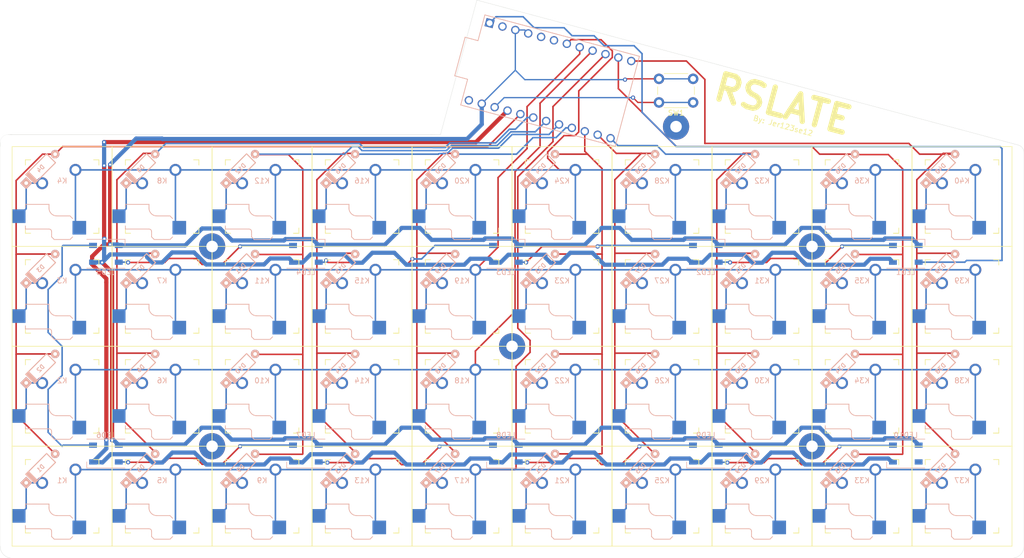
<source format=kicad_pcb>
(kicad_pcb (version 20211014) (generator pcbnew)
  (layers (0 "F.Cu" signal) (31 "B.Cu" signal) (34 "B.Paste" user) (35 "F.Paste" user) (36 "B.SilkS" user "B.Silkscreen") (37 "F.SilkS" user "F.Silkscreen") (38 "B.Mask" user) (39 "F.Mask" user) (44 "Edge.Cuts" user))
  (net 0 "")
  (net 1 "COL1")
  (net 2 "Net-(D1-Pad1)")
  (net 3 "COL2")
  (net 4 "COL3")
  (net 5 "COL4")
  (net 6 "COL5")
  (net 7 "COL6")
  (net 8 "COL7")
  (net 9 "COL8")
  (net 10 "COL9")
  (net 11 "COL10")
  (net 12 "ROW1")
  (net 13 "ROW2")
  (net 14 "ROW3")
  (net 15 "ROW4")
  (net 16 "LED")
  (net 20 "Net-(SW1-Pad1)")
  (net 22 "Net-(LED1-Pad4)")
  (net 23 "Net-(LED2-Pad4)")
  (net 24 "Net-(LED3-Pad4)")
  (net 25 "Net-(LED4-Pad4)")
  (net 26 "Net-(LED5-Pad4)")
  (net 27 "Net-(LED6-Pad4)")
  (net 28 "Net-(LED7-Pad4)")
  (net 29 "Net-(LED8-Pad4)")
  (net 30 "Net-(LED10-Pad2)")
  (net 32 "VDD")
  (net 33 "GND")
  (net 34 "Net-(D2-Pad1)")
  (net 35 "Net-(D3-Pad1)")
  (net 36 "Net-(D4-Pad1)")
  (net 37 "Net-(D5-Pad1)")
  (net 38 "Net-(D6-Pad1)")
  (net 39 "Net-(D7-Pad1)")
  (net 40 "Net-(D8-Pad1)")
  (net 41 "Net-(D9-Pad1)")
  (net 42 "Net-(D10-Pad1)")
  (net 43 "Net-(D11-Pad1)")
  (net 44 "Net-(D12-Pad1)")
  (net 45 "Net-(D13-Pad1)")
  (net 46 "Net-(D14-Pad1)")
  (net 47 "Net-(D15-Pad1)")
  (net 48 "Net-(D16-Pad1)")
  (net 49 "Net-(D17-Pad1)")
  (net 50 "Net-(D18-Pad1)")
  (net 51 "Net-(D19-Pad1)")
  (net 52 "Net-(D20-Pad1)")
  (net 53 "Net-(D21-Pad1)")
  (net 54 "Net-(D22-Pad1)")
  (net 55 "Net-(D23-Pad1)")
  (net 56 "Net-(D24-Pad1)")
  (net 57 "Net-(D25-Pad1)")
  (net 58 "Net-(D26-Pad1)")
  (net 59 "Net-(D27-Pad1)")
  (net 60 "Net-(D28-Pad1)")
  (net 61 "Net-(D29-Pad1)")
  (net 62 "Net-(D30-Pad1)")
  (net 63 "Net-(D31-Pad1)")
  (net 64 "Net-(D32-Pad1)")
  (net 65 "Net-(D33-Pad1)")
  (net 66 "Net-(D34-Pad1)")
  (net 67 "Net-(D35-Pad1)")
  (net 68 "Net-(D36-Pad1)")
  (net 69 "Net-(D37-Pad1)")
  (net 70 "Net-(D38-Pad1)")
  (net 71 "Net-(D39-Pad1)")
  (net 72 "Net-(D40-Pad1)")
  (footprint "better switch:Kailh_socket_PG1350" (layer "F.Cu") (at 223.647 145.161)
    (fp_text reference "K33")
    (fp_text value "KEYSW" hide)
  )
  (footprint "better switch:Kailh_socket_PG1350" (layer "F.Cu") (at 223.647001 107.061)
    (fp_text reference "K35")
    (fp_text value "KEYSW" hide)
  )
  (footprint "better switch:Kailh_socket_PG1350" (layer "F.Cu") (at 147.447 107.061)
    (fp_text reference "K19")
    (fp_text value "KEYSW" hide)
  )
  (footprint "better switch:Kailh_socket_PG1350" (layer "F.Cu") (at 242.697 145.161)
    (fp_text reference "K37")
    (fp_text value "KEYSW" hide)
  )
  (footprint "better switch:Kailh_socket_PG1350" (layer "F.Cu") (at 128.397 88.011)
    (fp_text reference "K16")
    (fp_text value "KEYSW" hide)
  )
  (footprint "better switch:Kailh_socket_PG1350" (layer "F.Cu") (at 128.397 126.111)
    (fp_text reference "K14")
    (fp_text value "KEYSW" hide)
  )
  (footprint "lumberjack:MountingHole_M2" (layer "F.Cu") (at 188.214 74.676)
    (fp_text reference "H1" hide)
    (fp_text value "M2")
  )
  (footprint "better switch:Kailh_socket_PG1350" (layer "F.Cu") (at 128.397 145.161)
    (fp_text reference "K13")
    (fp_text value "KEYSW" hide)
  )
  (footprint "better switch:Kailh_socket_PG1350" (layer "F.Cu") (at 185.547 88.011)
    (fp_text reference "K28")
    (fp_text value "KEYSW" hide)
  )
  (footprint "better switch:Kailh_socket_PG1350" (layer "F.Cu") (at 185.547 107.061)
    (fp_text reference "K27")
    (fp_text value "KEYSW" hide)
  )
  (footprint "better switch:Kailh_socket_PG1350" (layer "F.Cu") (at 204.597 88.011)
    (fp_text reference "K32")
    (fp_text value "KEYSW" hide)
  )
  (footprint "better switch:Kailh_socket_PG1350" (layer "F.Cu") (at 147.447 126.111)
    (fp_text reference "K18")
    (fp_text value "KEYSW" hide)
  )
  (footprint "better switch:Kailh_socket_PG1350" (layer "F.Cu") (at 109.347001 107.061)
    (fp_text reference "K11")
    (fp_text value "KEYSW" hide)
  )
  (footprint "better switch:Kailh_socket_PG1350" (layer "F.Cu") (at 242.697 126.111)
    (fp_text reference "K38")
    (fp_text value "KEYSW" hide)
  )
  (footprint "better switch:Kailh_socket_PG1350" (layer "F.Cu") (at 90.297 126.111001)
    (fp_text reference "K6")
    (fp_text value "KEYSW" hide)
  )
  (footprint "better switch:Kailh_socket_PG1350" (layer "F.Cu") (at 109.347 145.161)
    (fp_text reference "K9")
    (fp_text value "KEYSW" hide)
  )
  (footprint "better switch:Kailh_socket_PG1350" (layer "F.Cu") (at 109.347 88.011)
    (fp_text reference "K12")
    (fp_text value "KEYSW" hide)
  )
  (footprint "better switch:Kailh_socket_PG1350" (layer "F.Cu") (at 90.297 145.161)
    (fp_text reference "K5")
    (fp_text value "KEYSW" hide)
  )
  (footprint "lumberjack:MountingHole_M2" (layer "F.Cu") (at 214.122 97.536)
    (fp_text reference "H1" hide)
    (fp_text value "M2")
  )
  (footprint "better switch:Kailh_socket_PG1350" (layer "F.Cu") (at 242.697 88.011)
    (fp_text reference "K40")
    (fp_text value "KEYSW" hide)
  )
  (footprint "better switch:Kailh_socket_PG1350" (layer "F.Cu") (at 166.497 126.111)
    (fp_text reference "K22")
    (fp_text value "KEYSW" hide)
  )
  (footprint "better switch:Kailh_socket_PG1350" (layer "F.Cu") (at 147.447 88.011)
    (fp_text reference "K20")
    (fp_text value "KEYSW" hide)
  )
  (footprint "better switch:Kailh_socket_PG1350" (layer "F.Cu") (at 147.447 145.161)
    (fp_text reference "K17")
    (fp_text value "KEYSW" hide)
  )
  (footprint "better switch:Kailh_socket_PG1350" (layer "F.Cu") (at 90.296999 107.061)
    (fp_text reference "K7")
    (fp_text value "KEYSW" hide)
  )
  (footprint "lumberjack:MountingHole_M2" (layer "F.Cu") (at 214.122 135.636)
    (fp_text reference "H1" hide)
    (fp_text value "M2")
  )
  (footprint "better switch:Kailh_socket_PG1350" (layer "F.Cu") (at 166.497 145.161)
    (fp_text reference "K21")
    (fp_text value "KEYSW" hide)
  )
  (footprint "better switch:Kailh_socket_PG1350" (layer "F.Cu") (at 185.547 145.161)
    (fp_text reference "K25")
    (fp_text value "KEYSW" hide)
  )
  (footprint "better switch:Kailh_socket_PG1350" (layer "F.Cu") (at 128.397 107.061)
    (fp_text reference "K15")
    (fp_text value "KEYSW" hide)
  )
  (footprint "better switch:Kailh_socket_PG1350" (layer "F.Cu") (at 90.297 88.011)
    (fp_text reference "K8")
    (fp_text value "KEYSW" hide)
  )
  (footprint "better switch:Kailh_socket_PG1350" (layer "F.Cu") (at 204.597 145.161)
    (fp_text reference "K29")
    (fp_text value "KEYSW" hide)
  )
  (footprint "better switch:Kailh_socket_PG1350" (layer "F.Cu") (at 242.697 107.061)
    (fp_text reference "K39")
    (fp_text value "KEYSW" hide)
  )
  (footprint "better switch:Kailh_socket_PG1350" (layer "F.Cu") (at 166.497 107.061)
    (fp_text reference "K23")
    (fp_text value "KEYSW" hide)
  )
  (footprint "better switch:Kailh_socket_PG1350" (layer "F.Cu") (at 166.497 88.011)
    (fp_text reference "K24")
    (fp_text value "KEYSW" hide)
  )
  (footprint "better switch:Kailh_socket_PG1350" (layer "F.Cu") (at 204.597 126.111001)
    (fp_text reference "K30")
    (fp_text value "KEYSW" hide)
  )
  (footprint "better switch:Kailh_socket_PG1350" (layer "F.Cu") (at 109.347 126.111001)
    (fp_text reference "K10")
    (fp_text value "KEYSW" hide)
  )
  (footprint "better switch:Kailh_socket_PG1350" (layer "F.Cu") (at 223.647 126.111001)
    (fp_text reference "K34")
    (fp_text value "KEYSW" hide)
  )
  (footprint "lumberjack:MountingHole_M2" (layer "F.Cu") (at 156.972 116.586)
    (fp_text reference "H1" hide)
    (fp_text value "M2")
  )
  (footprint "better switch:Kailh_socket_PG1350" (layer "F.Cu") (at 71.247 145.161)
    (fp_text reference "K1")
    (fp_text value "KEYSW" hide)
  )
  (footprint "better switch:Kailh_socket_PG1350" (layer "F.Cu") (at 223.647 88.011)
    (fp_text reference "K36")
    (fp_text value "KEYSW" hide)
  )
  (footprint "better switch:Kailh_socket_PG1350" (layer "F.Cu") (at 71.247 88.011)
    (fp_text reference "K4")
    (fp_text value "KEYSW" hide)
  )
  (footprint "better switch:Kailh_socket_PG1350" (layer "F.Cu") (at 204.596999 107.061)
    (fp_text reference "K31")
    (fp_text value "KEYSW" hide)
  )
  (footprint "lumberjack:MountingHole_M2" (layer "F.Cu") (at 99.822 97.536)
    (fp_text reference "H1" hide)
    (fp_text value "M2")
  )
  (footprint "better switch:Kailh_socket_PG1350" (layer "F.Cu") (at 185.547 126.111)
    (fp_text reference "K26")
    (fp_text value "KEYSW" hide)
  )
  (footprint "better switch:Kailh_socket_PG1350" (layer "F.Cu") (at 71.247 126.111)
    (fp_text reference "K2")
    (fp_text value "KEYSW" hide)
  )
  (footprint "better switch:Kailh_socket_PG1350" (layer "F.Cu") (at 71.247 107.061)
    (fp_text reference "K3")
    (fp_text value "KEYSW" hide)
  )
  (footprint "switches:SW_PUSH_6mm" (layer "F.Cu") (at 191.464 70.068 180)
    (fp_text reference "SW1")
    (fp_text value "SW_PUSH")
  )
  (footprint "lumberjack:MountingHole_M2" (layer "F.Cu") (at 99.822 135.636)
    (fp_text reference "H1" hide)
    (fp_text value "M2")
  )
  (footprint "misc:D_axial" (layer "B.Cu") (at 162.407 101.741 45)
    (fp_text reference "D23")
    (fp_text value "D" hide)
  )
  (footprint "led:LED_SK6812_PLCC4_5.0x5.0mm_P3.2mm" (layer "B.Cu") (at 117.687 98.931)
    (fp_text reference "LED4")
    (fp_text value "choc_SK6812MINI-E" hide)
  )
  (footprint "led:LED_SK6812_PLCC4_5.0x5.0mm_P3.2mm" (layer "B.Cu") (at 117.687 137.021 180)
    (fp_text reference "LED7")
    (fp_text value "choc_SK6812MINI-E" hide)
  )
  (footprint "misc:D_axial" (layer "B.Cu") (at 238.607 82.690999 45)
    (fp_text reference "D40")
    (fp_text value "D" hide)
  )
  (footprint "misc:D_axial" (layer "B.Cu") (at 200.507 120.790999 45)
    (fp_text reference "D30")
    (fp_text value "D" hide)
  )
  (footprint "misc:D_axial" (layer "B.Cu") (at 67.157 120.790999 45)
    (fp_text reference "D2")
    (fp_text value "D" hide)
  )
  (footprint "misc:D_axial" (layer "B.Cu") (at 162.406999 82.690999 45)
    (fp_text reference "D24")
    (fp_text value "D" hide)
  )
  (footprint "misc:D_axial" (layer "B.Cu") (at 67.157 101.741 45)
    (fp_text reference "D3")
    (fp_text value "D" hide)
  )
  (footprint "misc:D_axial" (layer "B.Cu") (at 219.557 101.740999 45)
    (fp_text reference "D35")
    (fp_text value "D" hide)
  )
  (footprint "misc:D_axial" (layer "B.Cu") (at 143.357 101.740999 45)
    (fp_text reference "D19")
    (fp_text value "D" hide)
  )
  (footprint "misc:D_axial" (layer "B.Cu") (at 238.607 101.740999 45)
    (fp_text reference "D39")
    (fp_text value "D" hide)
  )
  (footprint "misc:D_axial" (layer "B.Cu") (at 124.307 120.790999 45)
    (fp_text reference "D14")
    (fp_text value "D" hide)
  )
  (footprint "misc:D_axial" (layer "B.Cu") (at 86.207001 82.690999 45)
    (fp_text reference "D8")
    (fp_text value "D" hide)
  )
  (footprint "misc:D_axial" (layer "B.Cu") (at 181.457 101.741 45)
    (fp_text reference "D27")
    (fp_text value "D" hide)
  )
  (footprint "led:LED_SK6812_PLCC4_5.0x5.0mm_P3.2mm" (layer "B.Cu") (at 155.787 98.931)
    (fp_text reference "LED3")
    (fp_text value "choc_SK6812MINI-E" hide)
  )
  (footprint "misc:D_axial" (layer "B.Cu") (at 124.307 82.690999 45)
    (fp_text reference "D16")
    (fp_text value "D" hide)
  )
  (footprint "led:LED_SK6812_PLCC4_5.0x5.0mm_P3.2mm" (layer "B.Cu") (at 231.987 137.021 180)
    (fp_text reference "LED10")
    (fp_text value "choc_SK6812MINI-E" hide)
  )
  (footprint "misc:D_axial" (layer "B.Cu") (at 105.257 82.690999 45)
    (fp_text reference "D12")
    (fp_text value "D" hide)
  )
  (footprint "led:LED_SK6812_PLCC4_5.0x5.0mm_P3.2mm" (layer "B.Cu") (at 193.887 98.931)
    (fp_text reference "LED2")
    (fp_text value "choc_SK6812MINI-E" hide)
  )
  (footprint "misc:D_axial" (layer "B.Cu") (at 105.257 101.740999 45)
    (fp_text reference "D11")
    (fp_text value "D" hide)
  )
  (footprint "misc:D_axial" (layer "B.Cu") (at 124.307 101.740999 45)
    (fp_text reference "D15")
    (fp_text value "D" hide)
  )
  (footprint "misc:D_axial" (layer "B.Cu") (at 238.607 139.841 45)
    (fp_text reference "D37")
    (fp_text value "D" hide)
  )
  (footprint "misc:D_axial" (layer "B.Cu") (at 86.207 101.741 45)
    (fp_text reference "D7")
    (fp_text value "D" hide)
  )
  (footprint "misc:D_axial" (layer "B.Cu") (at 219.556999 120.790999 45)
    (fp_text reference "D34")
    (fp_text value "D" hide)
  )
  (footprint "misc:D_axial" (layer "B.Cu") (at 200.507 101.741 45)
    (fp_text reference "D31")
    (fp_text value "D" hide)
  )
  (footprint "misc:D_axial" (layer "B.Cu") (at 124.307 139.841 45)
    (fp_text reference "D13")
    (fp_text value "D" hide)
  )
  (footprint "misc:D_axial" (layer "B.Cu") (at 200.507 139.840999 45)
    (fp_text reference "D29")
    (fp_text value "D" hide)
  )
  (footprint "misc:D_axial" (layer "B.Cu") (at 86.207 120.790999 45)
    (fp_text reference "D6")
    (fp_text value "D" hide)
  )
  (footprint "misc:D_axial" (layer "B.Cu") (at 162.407 120.790999 45)
    (fp_text reference "D22")
    (fp_text value "D" hide)
  )
  (footprint "misc:D_axial" (layer "B.Cu") (at 105.257 139.840999 45)
    (fp_text reference "D9")
    (fp_text value "D" hide)
  )
  (footprint "led:LED_SK6812_PLCC4_5.0x5.0mm_P3.2mm" (layer "B.Cu") (at 231.987 98.931)
    (fp_text reference "LED1")
    (fp_text value "choc_SK6812MINI-E" hide)
  )
  (footprint "misc:D_axial" (layer "B.Cu") (at 238.607 120.790999 45)
    (fp_text reference "D38")
    (fp_text value "D" hide)
  )
  (footprint "misc:D_axial" (layer "B.Cu") (at 219.557 82.690999 45)
    (fp_text reference "D36")
    (fp_text value "D" hide)
  )
  (footprint "misc:D_axial" (layer "B.Cu") (at 162.407 139.840999 45)
    (fp_text reference "D21")
    (fp_text value "D" hide)
  )
  (footprint "misc:D_axial" (layer "B.Cu") (at 143.357 120.790999 45)
    (fp_text reference "D18")
    (fp_text value "D" hide)
  )
  (footprint "misc:D_axial" (layer "B.Cu") (at 219.556999 139.840999 45)
    (fp_text reference "D33")
    (fp_text value "D" hide)
  )
  (footprint "misc:D_axial" (layer "B.Cu") (at 105.257 120.790999 45)
    (fp_text reference "D10")
    (fp_text value "D" hide)
  )
  (footprint "misc:D_axial" (layer "B.Cu") (at 181.457 139.840999 45)
    (fp_text reference "D25")
    (fp_text value "D" hide)
  )
  (footprint "misc:D_axial" (layer "B.Cu") (at 143.357 82.690999 45)
    (fp_text reference "D20")
    (fp_text value "D" hide)
  )
  (footprint "misc:D_axial" (layer "B.Cu") (at 181.457 120.790999 45)
    (fp_text reference "D26")
    (fp_text value "D" hide)
  )
  (footprint "led:LED_SK6812_PLCC4_5.0x5.0mm_P3.2mm" (layer "B.Cu") (at 193.887 137.021 180)
    (fp_text reference "LED9")
    (fp_text value "choc_SK6812MINI-E" hide)
  )
  (footprint "misc:D_axial" (layer "B.Cu") (at 181.457 82.691 45)
    (fp_text reference "D28")
    (fp_text value "D" hide)
  )
  (footprint "led:LED_SK6812_PLCC4_5.0x5.0mm_P3.2mm" (layer "B.Cu") (at 155.787 137.021 180)
    (fp_text reference "LED8")
    (fp_text value "choc_SK6812MINI-E" hide)
  )
  (footprint "misc:D_axial" (layer "B.Cu") (at 67.157 139.840999 45)
    (fp_text reference "D1")
    (fp_text value "D" hide)
  )
  (footprint "misc:D_axial" (layer "B.Cu") (at 200.507 82.690999 45)
    (fp_text reference "D32")
    (fp_text value "D" hide)
  )
  (footprint "misc:D_axial" (layer "B.Cu") (at 143.357 139.840999 45)
    (fp_text reference "D17")
    (fp_text value "D" hide)
  )
  (footprint "misc:D_axial" (layer "B.Cu") (at 67.156999 82.690999 45)
    (fp_text reference "D4")
    (fp_text value "D" hide)
  )
  (footprint "misc:D_axial" (layer "B.Cu") (at 86.207 139.840999 45)
    (fp_text reference "D5")
    (fp_text value "D" hide)
  )
  (footprint "led:LED_SK6812_PLCC4_5.0x5.0mm_P3.2mm" (layer "B.Cu") (at 79.587 98.931)
    (fp_text reference "LED5")
    (fp_text value "choc_SK6812MINI-E" hide)
  )
  (footprint "promicro:ProMicro-EnforcedTop" (layer "B.Cu") (at 164.211 65.913 -15)
    (fp_text reference "U1" hide)
    (fp_text value "ProMicro")
  )
  (footprint "led:LED_SK6812_PLCC4_5.0x5.0mm_P3.2mm" (layer "B.Cu") (at 79.587 137.021 180)
    (fp_text reference "LED6")
    (fp_text value "choc_SK6812MINI-E" hide)
  )
  (gr_arc (start 61.722 156.972) (mid 60.105554 156.302446) (end 59.436 154.686) (layer "Edge.Cuts") (width 0.05))
  (gr_line (start 143.3322 76.2) (end 150.2664 50.5587) (layer "Edge.Cuts") (width 0.05))
  (gr_arc (start 59.436 77.724) (mid 59.882369 76.646369) (end 60.96 76.2) (layer "Edge.Cuts") (width 0.02))
  (gr_line (start 61.722 76.2) (end 141.82725 76.2) (layer "Edge.Cuts") (width 0.02))
  (gr_line (start 141.351 76.2) (end 142.3035 76.2) (layer "Edge.Cuts") (width 0.02))
  (gr_line (start 150.2664 50.5587) (end 253.36535 78.179844) (layer "Edge.Cuts") (width 0.05))
  (gr_line (start 61.722 76.2) (end 60.96 76.2) (layer "Edge.Cuts") (width 0.05))
  (gr_line (start 252.222 156.972) (end 61.722 156.972) (layer "Edge.Cuts") (width 0.02))
  (gr_arc (start 253.36535 78.179844) (mid 254.192541 78.726891) (end 254.507999 79.6671) (layer "Edge.Cuts") (width 0.05))
  (gr_arc (start 254.508 154.686) (mid 253.838446 156.302446) (end 252.222 156.972) (layer "Edge.Cuts") (width 0.05))
  (gr_line (start 59.436 154.686) (end 59.436 78.486) (layer "Edge.Cuts") (width 0.02))
  (gr_line (start 143.3322 76.2) (end 61.341 76.2) (layer "Edge.Cuts") (width 0.05))
  (gr_line (start 59.436 77.724) (end 59.436 78.486) (layer "Edge.Cuts") (width 0.05))
  (gr_line (start 254.507999 79.6671) (end 254.508 154.686) (layer "Edge.Cuts") (width 0.05))
  (gr_text "RSLATE" (at 208.5975 70.3707 345) (layer "F.SilkS") (effects (font (size 5 5) (thickness 1))))
  (gr_text "By: Jer123se12" (at 208.5975 74.5236 345) (layer "F.SilkS") (effects (font (size 1 1))))
  (segment (start 62.484 99.06) (end 62.484 118.11) (width 0.3) (layer "F.Cu") (net 1))
  (segment (start 71.361998 78.486) (end 152.359875 78.486) (width 0.3) (layer "F.Cu") (net 1))
  (segment (start 69.914715 79.933283) (end 71.361998 78.486) (width 0.3) (layer "F.Cu") (net 1))
  (segment (start 62.484 84.963) (end 62.484 99.06) (width 0.3) (layer "F.Cu") (net 1))
  (segment (start 67.513717 79.933283) (end 62.484 84.963) (width 0.3) (layer "F.Cu") (net 1))
  (segment (start 69.914716 98.983284) (end 62.560716 98.983284) (width 0.3) (layer "F.Cu") (net 1))
  (segment (start 69.914716 118.033283) (end 62.560717 118.033283) (width 0.3) (layer "F.Cu") (net 1))
  (segment (start 69.914715 79.933283) (end 67.513717 79.933283) (width 0.3) (layer "F.Cu") (net 1))
  (segment (start 62.484 118.11) (end 62.484 129.652567) (width 0.3) (layer "F.Cu") (net 1))
  (segment (start 152.359875 78.486) (end 158.558621 72.287254) (width 0.3) (layer "F.Cu") (net 1))
  (segment (start 62.560717 118.033283) (end 62.484 118.11) (width 0.3) (layer "F.Cu") (net 1))
  (segment (start 62.560716 98.983284) (end 62.484 99.06) (width 0.3) (layer "F.Cu") (net 1))
  (segment (start 62.484 129.652567) (end 69.914716 137.083283) (width 0.3) (layer "F.Cu") (net 1))
  (segment (start 64.399284 142.598716) (end 64.399284 147.483716) (width 0.3) (layer "B.Cu") (net 2))
  (segment (start 64.399284 142.598716) (end 67.414716 142.598718) (width 0.3) (layer "B.Cu") (net 2))
  (segment (start 67.414716 142.598718) (end 67.437 142.620999) (width 0.3) (layer "B.Cu") (net 2))
  (segment (start 64.399284 147.483716) (end 62.972 148.911) (width 0.3) (layer "B.Cu") (net 2))
  (segment (start 67.647 142.410999) (end 67.437 142.620999) (width 0.3) (layer "B.Cu") (net 2))
  (segment (start 86.715858 79.781141) (end 81.686141 84.810858) (width 0.3) (layer "F.Cu") (net 3))
  (segment (start 81.686141 117.957858) (end 81.686141 129.500425) (width 0.3) (layer "F.Cu") (net 3))
  (segment (start 89.116857 117.881141) (end 81.762858 117.881141) (width 0.3) (layer "F.Cu") (net 3))
  (segment (start 81.762857 98.831142) (end 81.686141 98.907858) (width 0.3) (layer "F.Cu") (net 3))
  (segment (start 81.686141 98.907858) (end 81.686141 117.957858) (width 0.3) (layer "F.Cu") (net 3))
  (segment (start 81.686141 84.810858) (end 81.686141 98.907858) (width 0.3) (layer "F.Cu") (net 3))
  (segment (start 81.686141 129.500425) (end 89.116857 136.931141) (width 0.3) (layer "F.Cu") (net 3))
  (segment (start 89.116856 79.781141) (end 86.715858 79.781141) (width 0.3) (layer "F.Cu") (net 3))
  (segment (start 81.762858 117.881141) (end 81.686141 117.957858) (width 0.3) (layer "F.Cu") (net 3))
  (segment (start 89.116857 98.831142) (end 81.762857 98.831142) (width 0.3) (layer "F.Cu") (net 3))
  (segment (start 91.012 77.886) (end 127.883528 77.886) (width 0.3) (layer "B.Cu") (net 3))
  (segment (start 141.9795 78.6765) (end 141.951 78.648) (width 0.3) (layer "B.Cu") (net 3))
  (segment (start 157.616682 75.174318) (end 156.473682 75.174318) (width 0.3) (layer "B.Cu") (net 3))
  (segment (start 88.964717 79.933283) (end 91.012 77.886) (width 0.3) (layer "B.Cu") (net 3))
  (segment (start 161.012073 72.944655) (end 159.846345 72.944655) (width 0.3) (layer "B.Cu") (net 3))
  (segment (start 156.473682 75.174318) (end 153.864717 77.783283) (width 0.3) (layer "B.Cu") (net 3))
  (segment (start 153.864717 77.783283) (end 145.101717 77.783283) (width 0.3) (layer "B.Cu") (net 3))
  (segment (start 141.951 78.648) (end 142.332 78.648) (width 0.3) (layer "B.Cu") (net 3))
  (segment (start 127.883528 77.886) (end 128.645528 78.648) (width 0.3) (layer "B.Cu") (net 3))
  (segment (start 144.2085 78.6765) (end 141.9795 78.6765) (width 0.3) (layer "B.Cu") (net 3))
  (segment (start 128.645528 78.648) (end 141.951 78.648) (width 0.3) (layer "B.Cu") (net 3))
  (segment (start 145.101717 77.783283) (end 144.2085 78.6765) (width 0.3) (layer "B.Cu") (net 3))
  (segment (start 159.846345 72.944655) (end 157.616682 75.174318) (width 0.3) (layer "B.Cu") (net 3))
  (segment (start 117.100001 99.136717) (end 117.100001 118.186717) (width 0.3) (layer "F.Cu") (net 4))
  (segment (start 117.023284 137.16) (end 108.147717 137.16) (width 0.3) (layer "F.Cu") (net 4))
  (segment (start 117.100001 118.186717) (end 117.100001 137.083283) (width 0.3) (layer "F.Cu") (net 4))
  (segment (start 108.147717 118.11) (end 117.023284 118.11) (width 0.3) (layer "F.Cu") (net 4))
  (segment (start 117.100001 82.753717) (end 117.100001 99.136717) (width 0.3) (layer "F.Cu") (net 4))
  (segment (start 108.147717 99.060001) (end 117.023285 99.060001) (width 0.3) (layer "F.Cu") (net 4))
  (segment (start 117.100001 137.083283) (end 117.023284 137.16) (width 0.3) (layer "F.Cu") (net 4))
  (segment (start 117.023284 118.11) (end 117.100001 118.186717) (width 0.3) (layer "F.Cu") (net 4))
  (segment (start 114.356284 80.01) (end 117.100001 82.753717) (width 0.3) (layer "F.Cu") (net 4))
  (segment (start 108.147716 80.01) (end 114.356284 80.01) (width 0.3) (layer "F.Cu") (net 4))
  (segment (start 117.023285 99.060001) (end 117.100001 99.136717) (width 0.3) (layer "F.Cu") (net 4))
  (segment (start 154.126717 78.283283) (end 145.431264 78.283283) (width 0.3) (layer "B.Cu") (net 4))
  (segment (start 145.431264 78.283283) (end 144.466547 79.248) (width 0.3) (layer "B.Cu") (net 4))
  (segment (start 156.735682 75.674318) (end 154.126717 78.283283) (width 0.3) (layer "B.Cu") (net 4))
  (segment (start 144.466547 79.248) (end 128.397 79.248) (width 0.3) (layer "B.Cu") (net 4))
  (segment (start 163.465525 73.602055) (end 161.393262 75.674318) (width 0.3) (layer "B.Cu") (net 4))
  (segment (start 127.635 78.486) (end 126.492 78.486) (width 0.3) (layer "B.Cu") (net 4))
  (segment (start 126.492 78.486) (end 125.044717 79.933283) (width 0.3) (layer "B.Cu") (net 4))
  (segment (start 128.397 79.248) (end 127.635 78.486) (width 0.3) (layer "B.Cu") (net 4))
  (segment (start 161.393262 75.674318) (end 156.735682 75.674318) (width 0.3) (layer "B.Cu") (net 4))
  (segment (start 125.044717 79.933283) (end 108.014716 79.933283) (width 0.3) (layer "B.Cu") (net 4))
  (segment (start 119.786141 98.907858) (end 119.786141 117.957858) (width 0.3) (layer "F.Cu") (net 5))
  (segment (start 124.815858 79.781141) (end 119.786141 84.810858) (width 0.3) (layer "F.Cu") (net 5))
  (segment (start 119.862858 117.881141) (end 119.786141 117.957858) (width 0.3) (layer "F.Cu") (net 5))
  (segment (start 127.216857 117.881141) (end 119.862858 117.881141) (width 0.3) (layer "F.Cu") (net 5))
  (segment (start 127.216856 79.781141) (end 124.815858 79.781141) (width 0.3) (layer "F.Cu") (net 5))
  (segment (start 119.786141 84.810858) (end 119.786141 98.907858) (width 0.3) (layer "F.Cu") (net 5))
  (segment (start 119.786141 129.500425) (end 127.216857 136.931141) (width 0.3) (layer "F.Cu") (net 5))
  (segment (start 127.216857 98.831142) (end 119.862857 98.831142) (width 0.3) (layer "F.Cu") (net 5))
  (segment (start 119.786141 117.957858) (end 119.786141 129.500425) (width 0.3) (layer "F.Cu") (net 5))
  (segment (start 119.862857 98.831142) (end 119.786141 98.907858) (width 0.3) (layer "F.Cu") (net 5))
  (segment (start 154.388717 78.783283) (end 145.63837 78.783283) (width 0.3) (layer "B.Cu") (net 5))
  (segment (start 145.63837 78.783283) (end 144.602153 79.8195) (width 0.3) (layer "B.Cu") (net 5))
  (segment (start 164.004113 76.174318) (end 156.997682 76.174318) (width 0.3) (layer "B.Cu") (net 5))
  (segment (start 165.918976 74.259455) (end 164.004113 76.174318) (width 0.3) (layer "B.Cu") (net 5))
  (segment (start 156.997682 76.174318) (end 154.388717 78.783283) (width 0.3) (layer "B.Cu") (net 5))
  (segment (start 143.0655 79.8195) (end 142.951717 79.933283) (width 0.3) (layer "B.Cu") (net 5))
  (segment (start 142.951717 79.933283) (end 127.064716 79.933283) (width 0.3) (layer "B.Cu") (net 5))
  (segment (start 144.602153 79.8195) (end 143.0655 79.8195) (width 0.3) (layer "B.Cu") (net 5))
  (segment (start 146.266856 79.781141) (end 143.865858 79.781141) (width 0.3) (layer "F.Cu") (net 6))
  (segment (start 138.836141 129.500425) (end 146.266857 136.931141) (width 0.3) (layer "F.Cu") (net 6))
  (segment (start 146.266857 117.881141) (end 138.912858 117.881141) (width 0.3) (layer "F.Cu") (net 6))
  (segment (start 138.836141 84.810858) (end 138.836141 98.907858) (width 0.3) (layer "F.Cu") (net 6))
  (segment (start 138.836141 117.957858) (end 138.836141 129.500425) (width 0.3) (layer "F.Cu") (net 6))
  (segment (start 138.836141 98.907858) (end 138.836141 117.957858) (width 0.3) (layer "F.Cu") (net 6))
  (segment (start 146.266857 98.831142) (end 138.912857 98.831142) (width 0.3) (layer "F.Cu") (net 6))
  (segment (start 138.912857 98.831142) (end 138.836141 98.907858) (width 0.3) (layer "F.Cu") (net 6))
  (segment (start 143.865858 79.781141) (end 138.836141 84.810858) (width 0.3) (layer "F.Cu") (net 6))
  (segment (start 138.912858 117.881141) (end 138.836141 117.957858) (width 0.3) (layer "F.Cu") (net 6))
  (segment (start 167.208644 74.916856) (end 168.372428 74.916856) (width 0.3) (layer "B.Cu") (net 6))
  (segment (start 160.9725 76.7715) (end 165.354 76.7715) (width 0.3) (layer "B.Cu") (net 6))
  (segment (start 146.114716 79.933283) (end 157.810717 79.933283) (width 0.3) (layer "B.Cu") (net 6))
  (segment (start 157.810717 79.933283) (end 160.9725 76.7715) (width 0.3) (layer "B.Cu") (net 6))
  (segment (start 165.354 76.7715) (end 167.208644 74.916856) (width 0.3) (layer "B.Cu") (net 6))
  (segment (start 165.164715 79.933283) (end 171.373283 79.933283) (width 0.3) (layer "F.Cu") (net 7))
  (segment (start 174.117 118.11) (end 174.117 137.006566) (width 0.3) (layer "F.Cu") (net 7))
  (segment (start 174.117 99.06) (end 174.117 118.11) (width 0.3) (layer "F.Cu") (net 7))
  (segment (start 165.164716 118.033283) (end 174.040283 118.033283) (width 0.3) (layer "F.Cu") (net 7))
  (segment (start 171.373283 79.933283) (end 170.825879 79.385879) (width 0.3) (layer "F.Cu") (net 7))
  (segment (start 165.164716 98.983284) (end 174.040284 98.983284) (width 0.3) (layer "F.Cu") (net 7))
  (segment (start 174.117 137.006566) (end 174.040283 137.083283) (width 0.3) (layer "F.Cu") (net 7))
  (segment (start 174.040283 118.033283) (end 174.117 118.11) (width 0.3) (layer "F.Cu") (net 7))
  (segment (start 174.117 82.677) (end 174.117 99.06) (width 0.3) (layer "F.Cu") (net 7))
  (segment (start 174.040283 137.083283) (end 165.164716 137.083283) (width 0.3) (layer "F.Cu") (net 7))
  (segment (start 170.825879 79.385879) (end 170.825879 75.574256) (width 0.3) (layer "F.Cu") (net 7))
  (segment (start 174.040284 98.983284) (end 174.117 99.06) (width 0.3) (layer "F.Cu") (net 7))
  (segment (start 171.373283 79.933283) (end 174.117 82.677) (width 0.3) (layer "F.Cu") (net 7))
  (segment (start 183.985857 98.831142) (end 176.631857 98.831142) (width 0.3) (layer "F.Cu") (net 8))
  (segment (start 176.555141 98.907858) (end 176.555141 117.957858) (width 0.3) (layer "F.Cu") (net 8))
  (segment (start 176.631857 98.831142) (end 176.555141 98.907858) (width 0.3) (layer "F.Cu") (net 8))
  (segment (start 181.584858 79.781141) (end 176.828816 79.781141) (width 0.3) (layer "F.Cu") (net 8))
  (segment (start 176.555141 117.957858) (end 176.555141 129.500425) (width 0.3) (layer "F.Cu") (net 8))
  (segment (start 176.631858 117.881141) (end 176.555141 117.957858) (width 0.3) (layer "F.Cu") (net 8))
  (segment (start 181.584858 79.781141) (end 176.555141 84.810858) (width 0.3) (layer "F.Cu") (net 8))
  (segment (start 183.985856 79.781141) (end 181.584858 79.781141) (width 0.3) (layer "F.Cu") (net 8))
  (segment (start 176.828816 79.781141) (end 173.279331 76.231656) (width 0.3) (layer "F.Cu") (net 8))
  (segment (start 176.555141 129.500425) (end 183.985857 136.931141) (width 0.3) (layer "F.Cu") (net 8))
  (segment (start 183.985857 117.881141) (end 176.631858 117.881141) (width 0.3) (layer "F.Cu") (net 8))
  (segment (start 176.555141 84.810858) (end 176.555141 98.907858) (width 0.3) (layer "F.Cu") (net 8))
  (segment (start 203.416857 117.881141) (end 196.062858 117.881141) (width 0.3) (layer "F.Cu") (net 9))
  (segment (start 196.062857 98.831142) (end 195.986141 98.907858) (width 0.3) (layer "F.Cu") (net 9))
  (segment (start 203.416856 79.781141) (end 201.015858 79.781141) (width 0.3) (layer "F.Cu") (net 9))
  (segment (start 195.986141 84.810858) (end 195.986141 98.907858) (width 0.3) (layer "F.Cu") (net 9))
  (segment (start 195.986141 129.500425) (end 203.416857 136.931141) (width 0.3) (layer "F.Cu") (net 9))
  (segment (start 195.986141 117.957858) (end 195.986141 129.500425) (width 0.3) (layer "F.Cu") (net 9))
  (segment (start 195.986141 98.907858) (end 195.986141 117.957858) (width 0.3) (layer "F.Cu") (net 9))
  (segment (start 203.416857 98.831142) (end 196.062857 98.831142) (width 0.3) (layer "F.Cu") (net 9))
  (segment (start 196.062858 117.881141) (end 195.986141 117.957858) (width 0.3) (layer "F.Cu") (net 9))
  (segment (start 201.015858 79.781141) (end 195.986141 84.810858) (width 0.3) (layer "F.Cu") (net 9))
  (segment (start 184.5945 78.2955) (end 177.139226 78.2955) (width 0.3) (layer "B.Cu") (net 9))
  (segment (start 203.264716 79.933283) (end 186.232283 79.933283) (width 0.3) (layer "B.Cu") (net 9))
  (segment (start 186.232283 79.933283) (end 184.5945 78.2955) (width 0.3) (layer "B.Cu") (net 9))
  (segment (start 177.139226 78.2955) (end 175.732783 76.889057) (width 0.3) (layer "B.Cu") (net 9))
  (segment (start 222.447716 80.01) (end 228.656284 80.01) (width 0.3) (layer "F.Cu") (net 10))
  (segment (start 231.400001 137.083283) (end 231.323284 137.16) (width 0.3) (layer "F.Cu") (net 10))
  (segment (start 215.569283 79.933283) (end 214.122 78.486) (width 0.3) (layer "F.Cu") (net 10))
  (segment (start 231.323285 99.060001) (end 231.400001 99.136717) (width 0.3) (layer "F.Cu") (net 10))
  (segment (start 231.400001 99.136717) (end 231.400001 118.186717) (width 0.3) (layer "F.Cu") (net 10))
  (segment (start 231.400001 118.186717) (end 231.400001 137.083283) (width 0.3) (layer "F.Cu") (net 10))
  (segment (start 214.122 78.486) (end 188.276334 78.486) (width 0.3) (layer "F.Cu") (net 10))
  (segment (start 231.323284 137.16) (end 222.447717 137.16) (width 0.3) (layer "F.Cu") (net 10))
  (segment (start 231.323284 118.11) (end 231.400001 118.186717) (width 0.3) (layer "F.Cu") (net 10))
  (segment (start 188.276334 78.486) (end 177.223733 67.433399) (width 0.3) (layer "F.Cu") (net 10))
  (segment (start 177.223733 67.433399) (end 177.223733 61.510947) (width 0.3) (layer "F.Cu") (net 10))
  (segment (start 222.447717 99.060001) (end 231.323285 99.060001) (width 0.3) (layer "F.Cu") (net 10))
  (segment (start 228.656284 80.01) (end 231.400001 82.753717) (width 0.3) (layer "F.Cu") (net 10))
  (segment (start 231.400001 82.753717) (end 231.400001 99.136717) (width 0.3) (layer "F.Cu") (net 10))
  (segment (start 222.314716 79.933283) (end 215.569283 79.933283) (width 0.3) (layer "F.Cu") (net 10))
  (segment (start 222.447717 118.11) (end 231.323284 118.11) (width 0.3) (layer "F.Cu") (net 10))
  (segment (start 193.71 65.694) (end 190.184347 62.168347) (width 0.3) (layer "F.Cu") (net 11))
  (segment (start 234.162858 117.881141) (end 234.086141 117.957858) (width 0.3) (layer "F.Cu") (net 11))
  (segment (start 241.516856 79.781141) (end 239.115858 79.781141) (width 0.3) (layer "F.Cu") (net 11))
  (segment (start 234.619283 79.933283) (end 232.572 77.886) (width 0.3) (layer "F.Cu") (net 11))
  (segment (start 234.162857 98.831142) (end 234.086141 98.907858) (width 0.3) (layer "F.Cu") (net 11))
  (segment (start 234.086141 117.957858) (end 234.086141 129.500425) (width 0.3) (layer "F.Cu") (net 11))
  (segment (start 234.086141 84.810858) (end 234.086141 98.907858) (width 0.3) (layer "F.Cu") (net 11))
  (segment (start 241.516857 117.881141) (end 234.162858 117.881141) (width 0.3) (layer "F.Cu") (net 11))
  (segment (start 241.364716 79.933283) (end 234.619283 79.933283) (width 0.3) (layer "F.Cu") (net 11))
  (segment (start 239.115858 79.781141) (end 234.086141 84.810858) (width 0.3) (layer "F.Cu") (net 11))
  (segment (start 234.086141 129.500425) (end 241.516857 136.931141) (width 0.3) (layer "F.Cu") (net 11))
  (segment (start 241.516857 98.831142) (end 234.162857 98.831142) (width 0.3) (layer "F.Cu") (net 11))
  (segment (start 234.086141 98.907858) (end 234.086141 117.957858) (width 0.3) (layer "F.Cu") (net 11))
  (segment (start 193.71 77.886) (end 193.71 65.694) (width 0.3) (layer "F.Cu") (net 11))
  (segment (start 190.184347 62.168347) (end 179.677185 62.168347) (width 0.3) (layer "F.Cu") (net 11))
  (segment (start 232.572 77.886) (end 193.71 77.886) (width 0.3) (layer "F.Cu") (net 11))
  (segment (start 165.984541 82.931) (end 163.756825 80.703284) (width 0.3) (layer "F.Cu") (net 12))
  (segment (start 168.188772 58.1025) (end 167.409927 58.881345) (width 0.3) (layer "F.Cu") (net 12))
  (segment (start 166.878 76.3905) (end 168.9735 76.3905) (width 0.3) (layer "F.Cu") (net 12))
  (segment (start 163.756825 79.511675) (end 166.878 76.3905) (width 0.3) (layer "F.Cu") (net 12))
  (segment (start 169.675879 75.688121) (end 169.675879 67.877621) (width 0.3) (layer "F.Cu") (net 12))
  (segment (start 176.073733 60.249733) (end 173.9265 58.1025) (width 0.3) (layer "F.Cu") (net 12))
  (segment (start 163.756825 80.703284) (end 163.756825 79.511675) (width 0.3) (layer "F.Cu") (net 12))
  (segment (start 173.9265 58.1025) (end 168.188772 58.1025) (width 0.3) (layer "F.Cu") (net 12))
  (segment (start 169.675879 67.877621) (end 176.073733 61.479767) (width 0.3) (layer "F.Cu") (net 12))
  (segment (start 150.495 82.423) (end 149.987 82.931) (width 0.3) (layer "F.Cu") (net 12))
  (segment (start 176.073733 61.479767) (end 176.073733 60.249733) (width 0.3) (layer "F.Cu") (net 12))
  (segment (start 168.9735 76.3905) (end 169.675879 75.688121) (width 0.3) (layer "F.Cu") (net 12))
  (segment (start 169.037 82.931) (end 165.984541 82.931) (width 0.3) (layer "F.Cu") (net 12))
  (segment (start 111.887 93.225999) (end 112.622 93.960999) (width 0.3) (layer "B.Cu") (net 12))
  (segment (start 130.937 82.931) (end 130.937 93.225999) (width 0.3) (layer "B.Cu") (net 12))
  (segment (start 73.787 82.931) (end 73.786999 93.225999) (width 0.3) (layer "B.Cu") (net 12))
  (segment (start 92.837001 93.225999) (end 93.572001 93.960999) (width 0.3) (layer "B.Cu") (net 12))
  (segment (start 207.137 93.225999) (end 207.872 93.960999) (width 0.3) (layer "B.Cu") (net 12))
  (segment (start 245.237 82.931) (end 245.237 93.225999) (width 0.3) (layer "B.Cu") (net 12))
  (segment (start 73.786999 93.225999) (end 74.521999 93.960999) (width 0.3) (layer "B.Cu") (net 12))
  (segment (start 188.087 93.225998) (end 188.822 93.960998) (width 0.3) (layer "B.Cu") (net 12))
  (segment (start 149.987 93.225999) (end 150.722 93.960999) (width 0.3) (layer "B.Cu") (net 12))
  (segment (start 226.187 93.225999) (end 226.922 93.960999) (width 0.3) (layer "B.Cu") (net 12))
  (segment (start 73.787 82.931) (end 245.237 82.931) (width 0.3) (layer "B.Cu") (net 12))
  (segment (start 226.186999 82.931) (end 226.187 93.225999) (width 0.3) (layer "B.Cu") (net 12))
  (segment (start 169.037 82.931) (end 169.037 93.225999) (width 0.3) (layer "B.Cu") (net 12))
  (segment (start 92.837 82.931) (end 92.837001 93.225999) (width 0.3) (layer "B.Cu") (net 12))
  (segment (start 130.937 93.225999) (end 131.672 93.960999) (width 0.3) (layer "B.Cu") (net 12))
  (segment (start 207.137 82.931) (end 207.137 93.225999) (width 0.3) (layer "B.Cu") (net 12))
  (segment (start 188.087 82.931) (end 188.087 93.225998) (width 0.3) (layer "B.Cu") (net 12))
  (segment (start 111.887 82.931) (end 111.887 93.225999) (width 0.3) (layer "B.Cu") (net 12))
  (segment (start 149.987001 82.931) (end 149.987 93.225999) (width 0.3) (layer "B.Cu") (net 12))
  (segment (start 245.237 93.225999) (end 245.972 93.960999) (width 0.3) (layer "B.Cu") (net 12))
  (segment (start 169.037 93.225999) (end 169.772 93.960999) (width 0.3) (layer "B.Cu") (net 12))
  (segment (start 154.305 97.663) (end 154.305 84.3915) (width 0.3) (layer "F.Cu") (net 13))
  (segment (start 149.987 101.981) (end 154.305 97.663) (width 0.3) (layer "F.Cu") (net 13))
  (segment (start 159.8295 70.866) (end 169.863379 60.832121) (width 0.3) (layer "F.Cu") (net 13))
  (segment (start 159.8295 78.867) (end 159.8295 70.866) (width 0.3) (layer "F.Cu") (net 13))
  (segment (start 169.863379 60.832121) (end 169.863379 59.538746) (width 0.3) (layer "F.Cu") (net 13))
  (segment (start 154.305 84.3915) (end 159.8295 78.867) (width 0.3) (layer "F.Cu") (net 13))
  (segment (start 130.937 112.275999) (end 131.672 113.010999) (width 0.3) (layer "B.Cu") (net 13))
  (segment (start 169.037 112.275999) (end 169.772 113.010999) (width 0.3) (layer "B.Cu") (net 13))
  (segment (start 188.087 101.981) (end 188.087 112.276) (width 0.3) (layer "B.Cu") (net 13))
  (segment (start 188.087 112.276) (end 188.822 113.011) (width 0.3) (layer "B.Cu") (net 13))
  (segment (start 245.237 112.275999) (end 245.972 113.010999) (width 0.3) (layer "B.Cu") (net 13))
  (segment (start 73.787 112.276) (end 74.522 113.011) (width 0.3) (layer "B.Cu") (net 13))
  (segment (start 226.187 112.275999) (end 226.922 113.010999) (width 0.3) (layer "B.Cu") (net 13))
  (segment (start 226.186999 101.981) (end 226.187 112.275999) (width 0.3) (layer "B.Cu") (net 13))
  (segment (start 130.937 101.981001) (end 130.937 112.275999) (width 0.3) (layer "B.Cu") (net 13))
  (segment (start 207.137 101.981) (end 207.137 112.275999) (width 0.3) (layer "B.Cu") (net 13))
  (segment (start 149.987 112.275999) (end 150.722 113.010999) (width 0.3) (layer "B.Cu") (net 13))
  (segment (start 207.137 112.275999) (end 207.872 113.010999) (width 0.3) (layer "B.Cu") (net 13))
  (segment (start 149.987001 101.981) (end 149.987 112.275999) (width 0.3) (layer "B.Cu") (net 13))
  (segment (start 92.837 101.981) (end 92.837 112.276) (width 0.3) (layer "B.Cu") (net 13))
  (segment (start 73.787 101.981) (end 73.787 112.276) (width 0.3) (layer "B.Cu") (net 13))
  (segment (start 111.887 112.275999) (end 112.622 113.010999) (width 0.3) (layer "B.Cu") (net 13))
  (segment (start 169.037 101.981) (end 169.037 112.275999) (width 0.3) (layer "B.Cu") (net 13))
  (segment (start 245.237 101.981001) (end 245.237 112.275999) (width 0.3) (layer "B.Cu") (net 13))
  (segment (start 111.887 101.981) (end 111.887 112.275999) (width 0.3) (layer "B.Cu") (net 13))
  (segment (start 245.237 101.981) (end 73.787 101.981) (width 0.3) (layer "B.Cu") (net 13))
  (segment (start 92.837 112.276) (end 93.572 113.011) (width 0.3) (layer "B.Cu") (net 13))
  (segment (start 149.987 117.475) (end 157.5435 109.9185) (width 0.3) (layer "F.Cu") (net 14))
  (segment (start 149.987 121.031) (end 149.987 117.475) (width 0.3) (layer "F.Cu") (net 14))
  (segment (start 157.5435 109.9185) (end 157.5435 83.2485) (width 0.3) (layer "F.Cu") (net 14))
  (segment (start 157.5435 83.2485) (end 162.306 78.486) (width 0.3) (layer "F.Cu") (net 14))
  (segment (start 162.306 78.486) (end 162.306 70.206976) (width 0.3) (layer "F.Cu") (net 14))
  (segment (start 162.306 70.206976) (end 172.31683 60.196146) (width 0.3) (layer "F.Cu") (net 14))
  (segment (start 207.137 121.031) (end 207.137 131.325999) (width 0.3) (layer "B.Cu") (net 14))
  (segment (start 226.187 121.031001) (end 226.187 131.325999) (width 0.3) (layer "B.Cu") (net 14))
  (segment (start 188.087 131.325999) (end 188.822 132.060999) (width 0.3) (layer "B.Cu") (net 14))
  (segment (start 111.887 131.325999) (end 112.622 132.060999) (width 0.3) (layer "B.Cu") (net 14))
  (segment (start 73.787 121.031) (end 245.237 121.031) (width 0.3) (layer "B.Cu") (net 14))
  (segment (start 73.787 121.031) (end 73.787 131.325999) (width 0.3) (layer "B.Cu") (net 14))
  (segment (start 111.887 121.031001) (end 111.887 131.325999) (width 0.3) (layer "B.Cu") (net 14))
  (segment (start 207.137 131.325999) (end 207.872 132.060999) (width 0.3) (layer "B.Cu") (net 14))
  (segment (start 188.087 121.031) (end 188.087 131.325999) (width 0.3) (layer "B.Cu") (net 14))
  (segment (start 73.787 131.325999) (end 74.522 132.060999) (width 0.3) (layer "B.Cu") (net 14))
  (segment (start 92.837 121.031) (end 92.837 131.325999) (width 0.3) (layer "B.Cu") (net 14))
  (segment (start 130.937 131.325999) (end 131.672 132.060999) (width 0.3) (layer "B.Cu") (net 14))
  (segment (start 169.037 131.325999) (end 169.772 132.060999) (width 0.3) (layer "B.Cu") (net 14))
  (segment (start 130.937 121.031001) (end 130.937 131.325999) (width 0.3) (layer "B.Cu") (net 14))
  (segment (start 149.987 131.325999) (end 150.722 132.060999) (width 0.3) (layer "B.Cu") (net 14))
  (segment (start 169.037 121.031) (end 169.037 131.325999) (width 0.3) (layer "B.Cu") (net 14))
  (segment (start 226.187 131.325999) (end 226.922 132.060999) (width 0.3) (layer "B.Cu") (net 14))
  (segment (start 245.237 121.031001) (end 245.237 131.325999) (width 0.3) (layer "B.Cu") (net 14))
  (segment (start 92.837 131.325999) (end 93.572 132.060999) (width 0.3) (layer "B.Cu") (net 14))
  (segment (start 245.237 131.325999) (end 245.972 132.060999) (width 0.3) (layer "B.Cu") (net 14))
  (segment (start 149.987 121.031001) (end 149.987 131.325999) (width 0.3) (layer "B.Cu") (net 14))
  (segment (start 158.067913 84.248087) (end 164.768976 77.547024) (width 0.3) (layer "F.Cu") (net 15))
  (segment (start 149.987 140.081) (end 157.48 140.081) (width 0.3) (layer "F.Cu") (net 15))
  (segment (start 164.768976 77.547024) (end 164.768976 70.854853) (width 0.3) (layer "F.Cu") (net 15))
  (segment (start 164.768976 70.854853) (end 174.770282 60.853547) (width 0.3) (layer "F.Cu") (net 15))
  (segment (start 157.734 120.396) (end 160.401 117.729) (width 0.3) (layer "F.Cu") (net 15))
  (segment (start 157.48 140.081) (end 157.734 139.827) (width 0.3) (layer "F.Cu") (net 15))
  (segment (start 157.734 139.827) (end 157.734 120.396) (width 0.3) (layer "F.Cu") (net 15))
  (segment (start 160.401 117.729) (end 160.401 115.443) (width 0.3) (layer "F.Cu") (net 15))
  (segment (start 160.401 115.443) (end 158.067913 113.109913) (width 0.3) (layer "F.Cu") (net 15))
  (segment (start 158.067913 113.109913) (end 158.067913 84.248087) (width 0.3) (layer "F.Cu") (net 15))
  (segment (start 226.187 140.081) (end 226.186999 150.375999) (width 0.3) (layer "B.Cu") (net 15))
  (segment (start 188.087 150.375999) (end 188.822 151.110999) (width 0.3) (layer "B.Cu") (net 15))
  (segment (start 92.837 150.375999) (end 93.572 151.110999) (width 0.3) (layer "B.Cu") (net 15))
  (segment (start 245.237 140.081) (end 73.787 140.081) (width 0.3) (layer "B.Cu") (net 15))
  (segment (start 73.786999 140.081) (end 73.787 150.375999) (width 0.3) (layer "B.Cu") (net 15))
  (segment (start 149.987001 150.375999) (end 150.722001 151.110999) (width 0.3) (layer "B.Cu") (net 15))
  (segment (start 188.087 140.081) (end 188.087 150.375999) (width 0.3) (layer "B.Cu") (net 15))
  (segment (start 226.186999 150.375999) (end 226.922 151.110999) (width 0.3) (layer "B.Cu") (net 15))
  (segment (start 73.787 150.375999) (end 74.522 151.110999) (width 0.3) (layer "B.Cu") (net 15))
  (segment (start 245.237 140.081) (end 245.237001 150.375999) (width 0.3) (layer "B.Cu") (net 15))
  (segment (start 207.137 140.081) (end 207.137 150.375999) (width 0.3) (layer "B.Cu") (net 15))
  (segment (start 130.937 140.081) (end 130.936999 150.375999) (width 0.3) (layer "B.Cu") (net 15))
  (segment (start 149.987 140.081) (end 149.987001 150.375999) (width 0.3) (layer "B.Cu") (net 15))
  (segment (start 92.837001 140.081) (end 92.837 150.375999) (width 0.3) (layer "B.Cu") (net 15))
  (segment (start 207.137 150.375999) (end 207.872 151.110999) (width 0.3) (layer "B.Cu") (net 15))
  (segment (start 169.037 150.375999) (end 169.772 151.110999) (width 0.3) (layer "B.Cu") (net 15))
  (segment (start 111.887 140.081) (end 111.887 150.375999) (width 0.3) (layer "B.Cu") (net 15))
  (segment (start 111.887 150.375999) (end 112.622 151.110999) (width 0.3) (layer "B.Cu") (net 15))
  (segment (start 130.936999 150.375999) (end 131.671999 151.110999) (width 0.3) (layer "B.Cu") (net 15))
  (segment (start 169.037 140.081) (end 169.037 150.375999) (width 0.3) (layer "B.Cu") (net 15))
  (segment (start 245.237001 150.375999) (end 245.972001 151.110999) (width 0.3) (layer "B.Cu") (net 15))
  (segment (start 161.163 55.8165) (end 159.0675 53.721) (width 0.3) (layer "B.Cu") (net 16))
  (segment (start 181.737 71.946666) (end 181.737 60.7695) (width 0.3) (layer "B.Cu") (net 16))
  (segment (start 234.437 100.531) (end 243.238297 100.531) (width 0.3) (layer "B.Cu") (net 16))
  (segment (start 159.0675 53.721) (end 153.90516 53.721) (width 0.3) (layer "B.Cu") (net 16))
  (segment (start 188.276334 78.486) (end 181.737 71.946666) (width 0.3) (layer "B.Cu") (net 16))
  (segment (start 180.213 59.2455) (end 174.498 59.2455) (width 0.3) (layer "B.Cu") (net 16))
  (segment (start 181.737 60.7695) (end 180.213 59.2455) (width 0.3) (layer "B.Cu") (net 16))
  (segment (start 174.498 59.2455) (end 172.593 57.3405) (width 0.3) (layer "B.Cu") (net 16))
  (segment (start 243.238297 100.531) (end 243.566297 100.203) (width 0.3) (layer "B.Cu") (net 16))
  (segment (start 243.566297 100.203) (end 250.317 100.203) (width 0.3) (layer "B.Cu") (net 16))
  (segment (start 250.317 100.203) (end 250.317 78.867) (width 0.3) (layer "B.Cu") (net 16))
  (segment (start 166.878 55.8165) (end 161.163 55.8165) (width 0.3) (layer "B.Cu") (net 16))
  (segment (start 250.317 78.867) (end 249.936 78.486) (width 0.3) (layer "B.Cu") (net 16))
  (segment (start 249.936 78.486) (end 188.276334 78.486) (width 0.3) (layer "B.Cu") (net 16))
  (segment (start 153.90516 53.721) (end 152.689217 54.936943) (width 0.3) (layer "B.Cu") (net 16))
  (segment (start 168.402 57.3405) (end 166.878 55.8165) (width 0.3) (layer "B.Cu") (net 16))
  (segment (start 172.593 57.3405) (end 168.402 57.3405) (width 0.3) (layer "B.Cu") (net 16))
  (segment (start 180.939 70.068) (end 180.0225 69.1515) (width 0.25) (layer "F.Cu") (net 20))
  (segment (start 184.964 70.068) (end 180.939 70.068) (width 0.25) (layer "F.Cu") (net 20))
  (via (at 180.0225 69.1515) (size 0.8) (drill 0.4) (layers "F.Cu" "B.Cu") (net 20))
  (segment (start 184.964 70.068) (end 191.464 70.068) (width 0.25) (layer "B.Cu") (net 20))
  (segment (start 155.472671 69.1515) (end 153.651718 70.972453) (width 0.25) (layer "B.Cu") (net 20))
  (segment (start 180.0225 69.1515) (end 155.472671 69.1515) (width 0.25) (layer "B.Cu") (net 20))
  (segment (start 198.501 100.584) (end 205.466297 100.584) (width 0.3) (layer "F.Cu") (net 22))
  (segment (start 212.598 100.965) (end 216.408 100.965) (width 0.3) (layer "F.Cu") (net 22))
  (segment (start 205.466297 100.584) (end 206.228297 99.822) (width 0.3) (layer "F.Cu") (net 22))
  (segment (start 216.408 100.965) (end 219.837 97.536) (width 0.3) (layer "F.Cu") (net 22))
  (segment (start 206.228297 99.822) (end 210.693 99.822) (width 0.3) (layer "F.Cu") (net 22))
  (segment (start 210.693 99.822) (end 211.455 99.822) (width 0.3) (layer "F.Cu") (net 22))
  (segment (start 211.455 99.822) (end 212.598 100.965) (width 0.3) (layer "F.Cu") (net 22))
  (via (at 198.501 100.584) (size 0.8) (drill 0.4) (layers "F.Cu" "B.Cu") (net 22))
  (via (at 219.837 97.536) (size 0.8) (drill 0.4) (layers "F.Cu" "B.Cu") (net 22))
  (segment (start 198.438 100.521) (end 198.501 100.584) (width 0.3) (layer "B.Cu") (net 22))
  (segment (start 196.718 100.521) (end 198.438 100.521) (width 0.3) (layer "B.Cu") (net 22))
  (segment (start 219.837 97.536) (end 220.052 97.321) (width 0.3) (layer "B.Cu") (net 22))
  (segment (start 220.052 97.321) (end 229.918 97.321) (width 0.3) (layer "B.Cu") (net 22))
  (segment (start 162.687 97.536) (end 173.2675 97.536) (width 0.3) (layer "F.Cu") (net 23))
  (segment (start 159.639 100.584) (end 162.687 97.536) (width 0.3) (layer "F.Cu") (net 23))
  (via (at 159.639 100.584) (size 0.8) (drill 0.4) (layers "F.Cu" "B.Cu") (net 23))
  (via (at 173.2675 97.536) (size 0.8) (drill 0.4) (layers "F.Cu" "B.Cu") (net 23))
  (segment (start 173.2675 97.536) (end 173.4725 97.331) (width 0.3) (layer "B.Cu") (net 23))
  (segment (start 159.586 100.531) (end 159.639 100.584) (width 0.3) (layer "B.Cu") (net 23))
  (segment (start 158.237 100.531) (end 159.586 100.531) (width 0.3) (layer "B.Cu") (net 23))
  (segment (start 173.4725 97.331) (end 191.437 97.331) (width 0.3) (layer "B.Cu") (net 23))
  (segment (start 121.539 100.2125) (end 121.9105 100.584) (width 0.3) (layer "F.Cu") (net 24))
  (segment (start 136.779 100.965) (end 136.940141 100.965) (width 0.3) (layer "F.Cu") (net 24))
  (segment (start 128.778 100.584) (end 130.683 98.679) (width 0.3) (layer "F.Cu") (net 24))
  (segment (start 134.493 98.679) (end 136.779 100.965) (width 0.3) (layer "F.Cu") (net 24))
  (segment (start 130.683 98.679) (end 134.493 98.679) (width 0.3) (layer "F.Cu") (net 24))
  (segment (start 136.940141 100.965) (end 137.986641 99.9185) (width 0.3) (layer "F.Cu") (net 24))
  (segment (start 121.9105 100.584) (end 128.778 100.584) (width 0.3) (layer "F.Cu") (net 24))
  (via (at 121.539 100.2125) (size 0.8) (drill 0.4) (layers "F.Cu" "B.Cu") (net 24))
  (via (at 137.986641 99.9185) (size 0.8) (drill 0.4) (layers "F.Cu" "B.Cu") (net 24))
  (segment (start 142.318 97.331) (end 153.337 97.331) (width 0.3) (layer "B.Cu") (net 24))
  (segment (start 139.7305 99.9185) (end 142.318 97.331) (width 0.3) (layer "B.Cu") (net 24))
  (segment (start 137.986641 99.9185) (end 139.7305 99.9185) (width 0.3) (layer "B.Cu") (net 24))
  (segment (start 121.2205 100.531) (end 121.539 100.2125) (width 0.3) (layer "B.Cu") (net 24))
  (segment (start 120.137 100.531) (end 121.2205 100.531) (width 0.3) (layer "B.Cu") (net 24))
  (segment (start 90.785297 100.584) (end 91.547297 99.822) (width 0.3) (layer "F.Cu") (net 25))
  (segment (start 96.774 99.822) (end 97.917 100.965) (width 0.3) (layer "F.Cu") (net 25))
  (segment (start 91.547297 99.822) (end 96.012 99.822) (width 0.3) (layer "F.Cu") (net 25))
  (segment (start 83.82 100.584) (end 90.785297 100.584) (width 0.3) (layer "F.Cu") (net 25))
  (segment (start 97.917 100.965) (end 101.727 100.965) (width 0.3) (layer "F.Cu") (net 25))
  (segment (start 96.012 99.822) (end 96.774 99.822) (width 0.3) (layer "F.Cu") (net 25))
  (segment (start 101.727 100.965) (end 105.156 97.536) (width 0.3) (layer "F.Cu") (net 25))
  (via (at 105.156 97.536) (size 0.8) (drill 0.4) (layers "F.Cu" "B.Cu") (net 25))
  (via (at 83.82 100.584) (size 0.8) (drill 0.4) (layers "F.Cu" "B.Cu") (net 25))
  (segment (start 105.371 97.321) (end 115.237 97.321) (width 0.3) (layer "B.Cu") (net 25))
  (segment (start 83.757 100.521) (end 83.82 100.584) (width 0.3) (layer "B.Cu") (net 25))
  (segment (start 105.156 97.536) (end 105.371 97.321) (width 0.3) (layer "B.Cu") (net 25))
  (segment (start 82.037 100.521) (end 83.757 100.521) (width 0.3) (layer "B.Cu") (net 25))
  (segment (start 68.58 105.740301) (end 68.58 113.919) (width 0.3) (layer "B.Cu") (net 26))
  (segment (start 71.452 97.331) (end 71.247 97.536) (width 0.3) (layer "B.Cu") (net 26))
  (segment (start 68.58 124.790301) (end 68.58 132.969) (width 0.3) (layer "B.Cu") (net 26))
  (segment (start 71.247 116.586) (end 71.247 122.123301) (width 0.3) (layer "B.Cu") (net 26))
  (segment (start 71.247 97.536) (end 71.247 103.073301) (width 0.3) (layer "B.Cu") (net 26))
  (segment (start 71.247 122.123301) (end 68.58 124.790301) (width 0.3) (layer "B.Cu") (net 26))
  (segment (start 71.462 135.421) (end 77.137 135.421) (width 0.3) (layer "B.Cu") (net 26))
  (segment (start 71.247 103.073301) (end 68.58 105.740301) (width 0.3) (layer "B.Cu") (net 26))
  (segment (start 71.247 135.636) (end 71.462 135.421) (width 0.3) (layer "B.Cu") (net 26))
  (segment (start 68.58 132.969) (end 71.247 135.636) (width 0.3) (layer "B.Cu") (net 26))
  (segment (start 68.58 113.919) (end 71.247 116.586) (width 0.3) (layer "B.Cu") (net 26))
  (segment (start 77.137 97.331) (end 71.452 97.331) (width 0.3) (layer "B.Cu") (net 26))
  (segment (start 101.727 139.065) (end 105.156 135.636) (width 0.3) (layer "F.Cu") (net 27))
  (segment (start 90.785297 138.684) (end 91.547297 137.922) (width 0.3) (layer "F.Cu") (net 27))
  (segment (start 91.547297 137.922) (end 96.012 137.922) (width 0.3) (layer "F.Cu") (net 27))
  (segment (start 96.774 137.922) (end 97.917 139.065) (width 0.3) (layer "F.Cu") (net 27))
  (segment (start 97.917 139.065) (end 101.727 139.065) (width 0.3) (layer "F.Cu") (net 27))
  (segment (start 83.82 138.684) (end 90.785297 138.684) (width 0.3) (layer "F.Cu") (net 27))
  (segment (start 96.012 137.922) (end 96.774 137.922) (width 0.3) (layer "F.Cu") (net 27))
  (via (at 83.82 138.684) (size 0.8) (drill 0.4) (layers "F.Cu" "B.Cu") (net 27))
  (via (at 105.156 135.636) (size 0.8) (drill 0.4) (layers "F.Cu" "B.Cu") (net 27))
  (segment (start 82.037 138.621) (end 83.757 138.621) (width 0.3) (layer "B.Cu") (net 27))
  (segment (start 105.371 135.421) (end 115.237 135.421) (width 0.3) (layer "B.Cu") (net 27))
  (segment (start 105.156 135.636) (end 105.371 135.421) (width 0.3) (layer "B.Cu") (net 27))
  (segment (start 83.757 138.621) (end 83.82 138.684) (width 0.3) (layer "B.Cu") (net 27))
  (segment (start 115.165096 135.349096) (end 115.237 135.421) (width 0.3) (layer "B.Cu") (net 27))
  (segment (start 133.99 137.985) (end 134.752 137.985) (width 0.3) (layer "F.Cu") (net 28))
  (segment (start 134.752 137.985) (end 135.895 139.128) (width 0.3) (layer "F.Cu") (net 28))
  (segment (start 129.525297 137.985) (end 133.99 137.985) (width 0.3) (layer "F.Cu") (net 28))
  (segment (start 128.763297 138.747) (end 129.525297 137.985) (width 0.3) (layer "F.Cu") (net 28))
  (segment (start 139.705 139.128) (end 143.134 135.699) (width 0.3) (layer "F.Cu") (net 28))
  (segment (start 135.895 139.128) (end 139.705 139.128) (width 0.3) (layer "F.Cu") (net 28))
  (segment (start 121.798 138.747) (end 128.763297 138.747) (width 0.3) (layer "F.Cu") (net 28))
  (via (at 121.798 138.747) (size 0.8) (drill 0.4) (layers "F.Cu" "B.Cu") (net 28))
  (via (at 143.134 135.699) (size 0.8) (drill 0.4) (layers "F.Cu" "B.Cu") (net 28))
  (segment (start 143.349 135.484) (end 153.215 135.484) (width 0.3) (layer "B.Cu") (net 28))
  (segment (start 120.015 138.684) (end 121.735 138.684) (width 0.3) (layer "B.Cu") (net 28))
  (segment (start 121.735 138.684) (end 121.798 138.747) (width 0.3) (layer "B.Cu") (net 28))
  (segment (start 143.134 135.699) (end 143.349 135.484) (width 0.3) (layer "B.Cu") (net 28))
  (segment (start 153.143096 135.412096) (end 153.215 135.484) (width 0.3) (layer "B.Cu") (net 28))
  (segment (start 167.613213 137.960171) (end 172.077916 137.960171) (width 0.3) (layer "F.Cu") (net 29))
  (segment (start 172.077916 137.960171) (end 172.839916 137.960171) (width 0.3) (layer "F.Cu") (net 29))
  (segment (start 166.851213 138.722171) (end 167.613213 137.960171) (width 0.3) (layer "F.Cu") (net 29))
  (segment (start 177.792916 139.103171) (end 181.221916 135.674171) (width 0.3) (layer "F.Cu") (net 29))
  (segment (start 173.982916 139.103171) (end 177.792916 139.103171) (width 0.3) (layer "F.Cu") (net 29))
  (segment (start 172.839916 137.960171) (end 173.982916 139.103171) (width 0.3) (layer "F.Cu") (net 29))
  (segment (start 159.885916 138.722171) (end 166.851213 138.722171) (width 0.3) (layer "F.Cu") (net 29))
  (via (at 159.885916 138.722171) (size 0.8) (drill 0.4) (layers "F.Cu" "B.Cu") (net 29))
  (via (at 181.221916 135.674171) (size 0.8) (drill 0.4) (layers "F.Cu" "B.Cu") (net 29))
  (segment (start 181.436916 135.459171) (end 191.302916 135.459171) (width 0.3) (layer "B.Cu") (net 29))
  (segment (start 158.102916 138.659171) (end 159.822916 138.659171) (width 0.3) (layer "B.Cu") (net 29))
  (segment (start 159.822916 138.659171) (end 159.885916 138.722171) (width 0.3) (layer "B.Cu") (net 29))
  (segment (start 181.221916 135.674171) (end 181.436916 135.459171) (width 0.3) (layer "B.Cu") (net 29))
  (segment (start 191.231012 135.387267) (end 191.302916 135.459171) (width 0.3) (layer "B.Cu") (net 29))
  (segment (start 204.963297 138.747) (end 205.725297 137.985) (width 0.3) (layer "F.Cu") (net 30))
  (segment (start 210.19 137.985) (end 210.952 137.985) (width 0.3) (layer "F.Cu") (net 30))
  (segment (start 205.725297 137.985) (end 210.19 137.985) (width 0.3) (layer "F.Cu") (net 30))
  (segment (start 212.095 139.128) (end 215.905 139.128) (width 0.3) (layer "F.Cu") (net 30))
  (segment (start 215.905 139.128) (end 219.334 135.699) (width 0.3) (layer "F.Cu") (net 30))
  (segment (start 210.952 137.985) (end 212.095 139.128) (width 0.3) (layer "F.Cu") (net 30))
  (segment (start 197.998 138.747) (end 204.963297 138.747) (width 0.3) (layer "F.Cu") (net 30))
  (via (at 197.998 138.747) (size 0.8) (drill 0.4) (layers "F.Cu" "B.Cu") (net 30))
  (via (at 219.334 135.699) (size 0.8) (drill 0.4) (layers "F.Cu" "B.Cu") (net 30))
  (segment (start 219.549 135.484) (end 229.415 135.484) (width 0.3) (layer "B.Cu") (net 30))
  (segment (start 196.215 138.684) (end 197.935 138.684) (width 0.3) (layer "B.Cu") (net 30))
  (segment (start 197.935 138.684) (end 197.998 138.747) (width 0.3) (layer "B.Cu") (net 30))
  (segment (start 229.343096 135.412096) (end 229.415 135.484) (width 0.3) (layer "B.Cu") (net 30))
  (segment (start 219.334 135.699) (end 219.549 135.484) (width 0.3) (layer "B.Cu") (net 30))
  (segment (start 78.867 100.584) (end 80.772 102.489) (width 0.8) (layer "F.Cu") (net 32))
  (segment (start 79.248 77.636) (end 150.099024 77.636) (width 0.8) (layer "F.Cu") (net 32))
  (segment (start 79.248 96.0115) (end 79.2915 96.055) (width 0.8) (layer "F.Cu") (net 32))
  (segment (start 80.772 102.489) (end 80.772 134.493) (width 0.8) (layer "F.Cu") (net 32))
  (segment (start 150.099024 77.636) (end 156.10517 71.629854) (width 0.8) (layer "F.Cu") (net 32))
  (segment (start 79.248 82.081) (end 79.248 96.0115) (width 0.8) (layer "F.Cu") (net 32))
  (via (at 78.867 100.584) (size 0.8) (drill 0.4) (layers "F.Cu" "B.Cu") (net 32))
  (via (at 80.772 134.493) (size 0.8) (drill 0.4) (layers "F.Cu" "B.Cu") (net 32))
  (via (at 79.248 82.081) (size 0.8) (drill 0.4) (layers "F.Cu" "B.Cu") (net 32))
  (via (at 79.248 77.636) (size 0.8) (drill 0.4) (layers "F.Cu" "B.Cu") (net 32))
  (via (at 79.2915 96.055) (size 0.8) (drill 0.4) (layers "F.Cu" "B.Cu") (net 32))
  (segment (start 206.555 98.732) (end 210.746 98.732) (width 0.8) (layer "B.Cu") (net 32))
  (segment (start 113.46 134.374) (end 113.722 134.112) (width 0.8) (layer "B.Cu") (net 32))
  (segment (start 87.464716 99.06) (end 87.464716 99.604605) (width 0.8) (layer "B.Cu") (net 32))
  (segment (start 87.464716 99.604605) (end 88.444111 100.584) (width 0.8) (layer "B.Cu") (net 32))
  (segment (start 213.032 101.018) (end 224.081 101.018) (width 0.8) (layer "B.Cu") (net 32))
  (segment (start 227.76 134.374) (end 228.022 134.112) (width 0.8) (layer "B.Cu") (net 32))
  (segment (start 81.972 135.312) (end 94.628 135.312) (width 0.8) (layer "B.Cu") (net 32))
  (segment (start 224.081 101.018) (end 225.224 99.875) (width 0.8) (layer "B.Cu") (net 32))
  (segment (start 174.052 132.088) (end 177.481 132.088) (width 0.8) (layer "B.Cu") (net 32))
  (segment (start 92.202 98.679) (end 96.393 98.679) (width 0.8) (layer "B.Cu") (net 32))
  (segment (start 201.273111 99.113) (end 202.797111 100.637) (width 0.8) (layer "B.Cu") (net 32))
  (segment (start 194.744 99.113) (end 201.273111 99.113) (width 0.8) (layer "B.Cu") (net 32))
  (segment (start 97.852 132.088) (end 101.281 132.088) (width 0.8) (layer "B.Cu") (net 32))
  (segment (start 215.581 132.088) (end 217.867 134.374) (width 0.8) (layer "B.Cu") (net 32))
  (segment (start 217.867 134.374) (end 227.76 134.374) (width 0.8) (layer "B.Cu") (net 32))
  (segment (start 152.681 99.875) (end 153.39 100.584) (width 0.8) (layer "B.Cu") (net 32))
  (segment (start 151.56 134.374) (end 151.822 134.112) (width 0.8) (layer "B.Cu") (net 32))
  (segment (start 228.022 134.112) (end 233.172 134.112) (width 0.8) (layer "B.Cu") (net 32))
  (segment (start 208.928 135.312) (end 212.152 132.088) (width 0.8) (layer "B.Cu") (net 32))
  (segment (start 77.137 100.531) (end 78.814 100.531) (width 0.8) (layer "B.Cu") (net 32))
  (segment (start 130.355 98.732) (end 134.546 98.732) (width 0.8) (layer "B.Cu") (net 32))
  (segment (start 158.172 135.312) (end 170.828 135.312) (width 0.8) (layer "B.Cu") (net 32))
  (segment (start 81.109 134.493) (end 82.037 135.421) (width 0.8) (layer "B.Cu") (net 32))
  (segment (start 164.316111 100.637) (end 166.169 100.637) (width 0.8) (layer "B.Cu") (net 32))
  (segment (start 90.297 100.584) (end 92.202 98.679) (width 0.8) (layer "B.Cu") (net 32))
  (segment (start 114.528 99.822) (end 115.237 100.531) (width 0.8) (layer "B.Cu") (net 32))
  (segment (start 174.551 101.018) (end 185.6 101.018) (width 0.8) (layer "B.Cu") (net 32))
  (segment (start 204.65 100.637) (end 206.555 98.732) (width 0.8) (layer "B.Cu") (net 32))
  (segment (start 149.024 99.875) (end 152.681 99.875) (width 0.8) (layer "B.Cu") (net 32))
  (segment (start 202.797111 100.637) (end 204.65 100.637) (width 0.8) (layer "B.Cu") (net 32))
  (segment (start 185.6 101.018) (end 186.743 99.875) (width 0.8) (layer "B.Cu") (net 32))
  (segment (start 88.444111 100.584) (end 90.297 100.584) (width 0.8) (layer "B.Cu") (net 32))
  (segment (start 193.22 100.637) (end 194.744 99.113) (width 0.8) (layer "B.Cu") (net 32))
  (segment (start 189.66 134.374) (end 189.922 134.112) (width 0.8) (layer "B.Cu") (net 32))
  (segment (start 103.567 134.374) (end 113.46 134.374) (width 0.8) (layer "B.Cu") (net 32))
  (segment (start 80.772 134.493) (end 81.109 134.493) (width 0.8) (layer "B.Cu") (net 32))
  (segment (start 163.336716 99.657605) (end 164.316111 100.637) (width 0.8) (layer "B.Cu") (net 32))
  (segment (start 136.832 101.018) (end 147.881 101.018) (width 0.8) (layer "B.Cu") (net 32))
  (segment (start 233.172 134.112) (end 234.372 135.312) (width 0.8) (layer "B.Cu") (net 32))
  (segment (start 125.020111 99.06) (end 126.597111 100.637) (width 0.8) (layer "B.Cu") (net 32))
  (segment (start 154.739 100.637) (end 156.263 99.113) (width 0.8) (layer "B.Cu") (net 32))
  (segment (start 212.152 132.088) (end 215.581 132.088) (width 0.8) (layer "B.Cu") (net 32))
  (segment (start 156.972 134.112) (end 158.172 135.312) (width 0.8) (layer "B.Cu") (net 32))
  (segment (start 79.248 77.636) (end 79.248 82.081) (width 0.8) (layer "B.Cu") (net 32))
  (segment (start 118.597 99.06) (end 125.020111 99.06) (width 0.8) (layer "B.Cu") (net 32))
  (segment (start 134.546 98.732) (end 136.832 101.018) (width 0.8) (layer "B.Cu") (net 32))
  (segment (start 166.169 100.637) (end 168.074 98.732) (width 0.8) (layer "B.Cu") (net 32))
  (segment (start 153.009 100.584) (end 154.686 100.584) (width 0.8) (layer "B.Cu") (net 32))
  (segment (start 132.728 135.312) (end 135.952 132.088) (width 0.8) (layer "B.Cu") (net 32))
  (segment (start 196.272 135.312) (end 208.928 135.312) (width 0.8) (layer "B.Cu") (net 32))
  (segment (start 94.628 135.312) (end 97.852 132.088) (width 0.8) (layer "B.Cu") (net 32))
  (segment (start 141.667 134.374) (end 151.56 134.374) (width 0.8) (layer "B.Cu") (net 32))
  (segment (start 78.867 100.584) (end 80.391 99.06) (width 0.8) (layer "B.Cu") (net 32))
  (segment (start 225.224 99.875) (end 228.881 99.875) (width 0.8) (layer "B.Cu") (net 32))
  (segment (start 96.393 98.679) (end 98.679 100.965) (width 0.8) (layer "B.Cu") (net 32))
  (segment (start 78.814 100.531) (end 78.867 100.584) (width 0.8) (layer "B.Cu") (net 32))
  (segment (start 189.922 134.112) (end 195.072 134.112) (width 0.8) (layer "B.Cu") (net 32))
  (segment (start 172.265 98.732) (end 174.551 101.018) (width 0.8) (layer "B.Cu") (net 32))
  (segment (start 190.4 99.875) (end 191.109 100.584) (width 0.8) (layer "B.Cu") (net 32))
  (segment (start 126.597111 100.637) (end 128.45 100.637) (width 0.8) (layer "B.Cu") (net 32))
  (segment (start 151.822 134.112) (end 156.972 134.112) (width 0.8) (layer "B.Cu") (net 32))
  (segment (start 163.336716 99.113) (end 163.336716 99.657605) (width 0.8) (layer "B.Cu") (net 32))
  (segment (start 195.072 134.112) (end 196.272 135.312) (width 0.8) (layer "B.Cu") (net 32))
  (segment (start 101.281 132.088) (end 103.567 134.374) (width 0.8) (layer "B.Cu") (net 32))
  (segment (start 186.743 99.875) (end 190.4 99.875) (width 0.8) (layer "B.Cu") (net 32))
  (segment (start 98.679 100.965) (end 109.728 100.965) (width 0.8) (layer "B.Cu") (net 32))
  (segment (start 170.828 135.312) (end 174.052 132.088) (width 0.8) (layer "B.Cu") (net 32))
  (segment (start 110.871 99.822) (end 114.528 99.822) (width 0.8) (layer "B.Cu") (net 32))
  (segment (start 128.45 100.637) (end 130.355 98.732) (width 0.8) (layer "B.Cu") (net 32))
  (segment (start 179.767 134.374) (end 189.66 134.374) (width 0.8) (layer "B.Cu") (net 32))
  (segment (start 115.29 100.584) (end 116.967 100.584) (width 0.8) (layer "B.Cu") (net 32))
  (segment (start 156.263 99.113) (end 163.336716 99.113) (width 0.8) (layer "B.Cu") (net 32))
  (segment (start 135.952 132.088) (end 139.381 132.088) (width 0.8) (layer "B.Cu") (net 32))
  (segment (start 79.248 96.0985) (end 79.248 100.203) (width 0.8) (layer "B.Cu") (net 32))
  (segment (start 177.481 132.088) (end 179.767 134.374) (width 0.8) (layer "B.Cu") (net 32))
  (segment (start 120.072 135.312) (end 132.728 135.312) (width 0.8) (layer "B.Cu") (net 32))
  (segment (start 228.881 99.875) (end 229.59 100.584) (width 0.8) (layer "B.Cu") (net 32))
  (segment (start 168.074 98.732) (end 172.265 98.732) (width 0.8) (layer "B.Cu") (net 32))
  (segment (start 191.49 100.584) (end 193.167 100.584) (width 0.8) (layer "B.Cu") (net 32))
  (segment (start 147.881 101.018) (end 149.024 99.875) (width 0.8) (layer "B.Cu") (net 32))
  (segment (start 113.722 134.112) (end 118.872 134.112) (width 0.8) (layer "B.Cu") (net 32))
  (segment (start 139.381 132.088) (end 141.667 134.374) (width 0.8) (layer "B.Cu") (net 32))
  (segment (start 118.872 134.112) (end 120.072 135.312) (width 0.8) (layer "B.Cu") (net 32))
  (segment (start 79.2915 96.055) (end 79.248 96.0985) (width 0.8) (layer "B.Cu") (net 32))
  (segment (start 109.728 100.965) (end 110.871 99.822) (width 0.8) (layer "B.Cu") (net 32))
  (segment (start 210.746 98.732) (end 213.032 101.018) (width 0.8) (layer "B.Cu") (net 32))
  (segment (start 117.02 100.637) (end 118.597 99.06) (width 0.8) (layer "B.Cu") (net 32))
  (segment (start 80.391 99.06) (end 87.464716 99.06) (width 0.8) (layer "B.Cu") (net 32))
  (segment (start 76.962 100.965) (end 76.962 99.441) (width 0.8) (layer "F.Cu") (net 33))
  (segment (start 78.867 97.536) (end 79.248 97.155) (width 0.8) (layer "F.Cu") (net 33))
  (segment (start 184.964 65.568) (end 178.653 65.568) (width 0.25) (layer "F.Cu") (net 33))
  (segment (start 76.962 99.441) (end 78.867 97.536) (width 0.8) (layer "F.Cu") (net 33))
  (segment (start 178.653 65.568) (end 178.4985 65.7225) (width 0.25) (layer "F.Cu") (net 33))
  (segment (start 79.672 104.394) (end 79.672 103.675) (width 0.8) (layer "F.Cu") (net 33))
  (segment (start 79.672 103.675) (end 76.962 100.965) (width 0.8) (layer "F.Cu") (net 33))
  (segment (start 79.672 134.493) (end 79.672 104.394) (width 0.8) (layer "F.Cu") (net 33))
  (segment (start 79.248 97.155) (end 80.391 97.155) (width 0.8) (layer "F.Cu") (net 33))
  (segment (start 80.391 81.915) (end 80.391 97.155) (width 0.8) (layer "F.Cu") (net 33))
  (via (at 80.391 97.155) (size 0.8) (drill 0.4) (layers "F.Cu" "B.Cu") (net 33))
  (via (at 80.391 81.915) (size 0.8) (drill 0.4) (layers "F.Cu" "B.Cu") (net 33))
  (via (at 178.4985 65.7225) (size 0.8) (drill 0.4) (layers "F.Cu" "B.Cu") (net 33))
  (via (at 79.672 134.493) (size 0.8) (drill 0.4) (layers "F.Cu" "B.Cu") (net 33))
  (segment (start 132.728 97.212) (end 135.952 93.988) (width 0.8) (layer "B.Cu") (net 33))
  (segment (start 135.952 93.988) (end 139.381 93.988) (width 0.8) (layer "B.Cu") (net 33))
  (segment (start 126.597111 138.737) (end 128.45 138.737) (width 0.8) (layer "B.Cu") (net 33))
  (segment (start 157.596121 63.917199) (end 151.198267 70.315053) (width 0.25) (layer "B.Cu") (net 33))
  (segment (start 141.667 96.274) (end 151.56 96.274) (width 0.8) (layer "B.Cu") (net 33))
  (segment (start 208.928 97.212) (end 212.152 93.988) (width 0.8) (layer "B.Cu") (net 33))
  (segment (start 151.822 96.012) (end 156.972 96.012) (width 0.8) (layer "B.Cu") (net 33))
  (segment (start 204.422 138.737) (end 206.327 136.832) (width 0.8) (layer "B.Cu") (net 33))
  (segment (start 86.920111 137.16) (end 88.497111 138.737) (width 0.8) (layer "B.Cu") (net 33))
  (segment (start 159.401422 65.7225) (end 157.596121 63.917199) (width 0.25) (layer "B.Cu") (net 33))
  (segment (start 156.972 96.012) (end 158.172 97.212) (width 0.8) (layer "B.Cu") (net 33))
  (segment (start 179.767 96.274) (end 189.66 96.274) (width 0.8) (layer "B.Cu") (net 33))
  (segment (start 212.152 93.988) (end 215.581 93.988) (width 0.8) (layer "B.Cu") (net 33))
  (segment (start 228.653 137.975) (end 229.362 138.684) (width 0.8) (layer "B.Cu") (net 33))
  (segment (start 109.781 139.118) (end 110.924 137.975) (width 0.8) (layer "B.Cu") (net 33))
  (segment (start 170.828 97.212) (end 174.052 93.988) (width 0.8) (layer "B.Cu") (net 33))
  (segment (start 156.644 137.213) (end 163.173111 137.213) (width 0.8) (layer "B.Cu") (net 33))
  (segment (start 177.481 93.988) (end 179.767 96.274) (width 0.8) (layer "B.Cu") (net 33))
  (segment (start 174.052 93.988) (end 177.481 93.988) (width 0.8) (layer "B.Cu") (net 33))
  (segment (start 117.02 138.737) (end 118.597 137.16) (width 0.8) (layer "B.Cu") (net 33))
  (segment (start 210.518 136.832) (end 212.804 139.118) (width 0.8) (layer "B.Cu") (net 33))
  (segment (start 201.589716 137.757605) (end 202.569111 138.737) (width 0.8) (layer "B.Cu") (net 33))
  (segment (start 136.832 139.118) (end 147.881 139.118) (width 0.8) (layer "B.Cu") (net 33))
  (segment (start 164.697111 138.737) (end 166.55 138.737) (width 0.8) (layer "B.Cu") (net 33))
  (segment (start 202.569111 138.737) (end 204.422 138.737) (width 0.8) (layer "B.Cu") (net 33))
  (segment (start 110.924 137.975) (end 114.581 137.975) (width 0.8) (layer "B.Cu") (net 33))
  (segment (start 187.124 137.975) (end 190.781 137.975) (width 0.8) (layer "B.Cu") (net 33))
  (segment (start 227.76 96.274) (end 228.022 96.012) (width 0.8) (layer "B.Cu") (net 33))
  (segment (start 139.381 93.988) (end 141.667 96.274) (width 0.8) (layer "B.Cu") (net 33))
  (segment (start 81.861 97.155) (end 82.037 97.331) (width 0.8) (layer "B.Cu") (net 33))
  (segment (start 184.964 65.568) (end 191.464 65.568) (width 0.25) (layer "B.Cu") (net 33))
  (segment (start 157.596121 56.251744) (end 157.596121 63.917199) (width 0.25) (layer "B.Cu") (net 33))
  (segment (start 155.12 138.737) (end 156.644 137.213) (width 0.8) (layer "B.Cu") (net 33))
  (segment (start 151.198267 74.234516) (end 151.198267 70.315053) (width 0.8) (layer "B.Cu") (net 33))
  (segment (start 168.455 136.832) (end 172.646 136.832) (width 0.8) (layer "B.Cu") (net 33))
  (segment (start 120.072 97.212) (end 132.728 97.212) (width 0.8) (layer "B.Cu") (net 33))
  (segment (start 157.596121 56.251744) (end 159.392172 56.251744) (width 0.25) (layer "B.Cu") (net 33))
  (segment (start 94.693 97.331) (end 97.917 94.107) (width 0.8) (layer "B.Cu") (net 33))
  (segment (start 148.3995 77.033283) (end 151.198267 74.234516) (width 0.8) (layer "B.Cu") (net 33))
  (segment (start 159.392172 56.251744) (end 160.049572 56.909144) (width 0.25) (layer "B.Cu") (net 33))
  (segment (start 113.787 96.131) (end 118.937 96.131) (width 0.8) (layer "B.Cu") (net 33))
  (segment (start 212.804 139.118) (end 223.853 139.118) (width 0.8) (layer "B.Cu") (net 33))
  (segment (start 118.937 96.131) (end 120.137 97.331) (width 0.8) (layer "B.Cu") (net 33))
  (segment (start 224.996 137.975) (end 228.653 137.975) (width 0.8) (layer "B.Cu") (net 33))
  (segment (start 158.172 97.212) (end 170.828 97.212) (width 0.8) (layer "B.Cu") (net 33))
  (segment (start 185.981 139.118) (end 187.124 137.975) (width 0.8) (layer "B.Cu") (net 33))
  (segment (start 228.022 96.012) (end 233.172 96.012) (width 0.8) (layer "B.Cu") (net 33))
  (segment (start 142.613217 77.033283) (end 148.3995 77.033283) (width 0.8) (layer "B.Cu") (net 33))
  (segment (start 80.497 137.16) (end 86.920111 137.16) (width 0.8) (layer "B.Cu") (net 33))
  (segment (start 153.39 138.684) (end 155.067 138.684) (width 0.8) (layer "B.Cu") (net 33))
  (segment (start 115.29 138.684) (end 116.967 138.684) (width 0.8) (layer "B.Cu") (net 33))
  (segment (start 82.037 97.331) (end 94.693 97.331) (width 0.8) (layer "B.Cu") (net 33))
  (segment (start 130.355 136.832) (end 134.546 136.832) (width 0.8) (layer "B.Cu") (net 33))
  (segment (start 152.681 137.975) (end 153.39 138.684) (width 0.8) (layer "B.Cu") (net 33))
  (segment (start 151.56 96.274) (end 151.822 96.012) (width 0.8) (layer "B.Cu") (net 33))
  (segment (start 147.881 139.118) (end 149.024 137.975) (width 0.8) (layer "B.Cu") (net 33))
  (segment (start 80.391 97.155) (end 81.861 97.155) (width 0.8) (layer "B.Cu") (net 33))
  (segment (start 223.853 139.118) (end 224.996 137.975) (width 0.8) (layer "B.Cu") (net 33))
  (segment (start 101.346 94.107) (end 103.632 96.393) (width 0.8) (layer "B.Cu") (net 33))
  (segment (start 190.781 137.975) (end 191.49 138.684) (width 0.8) (layer "B.Cu") (net 33))
  (segment (start 142.610501 77.035999) (end 142.613217 77.033283) (width 0.8) (layer "B.Cu") (net 33))
  (segment (start 113.525 96.393) (end 113.787 96.131) (width 0.8) (layer "B.Cu") (net 33))
  (segment (start 118.597 137.16) (end 125.020111 137.16) (width 0.8) (layer "B.Cu") (net 33))
  (segment (start 127.561001 77.035999) (end 90.370999 77.035999) (width 0.8) (layer "B.Cu") (net 33))
  (segment (start 85.344 76.962) (end 80.391 81.915) (width 0.8) (layer "B.Cu") (net 33))
  (segment (start 215.581 93.988) (end 217.867 96.274) (width 0.8) (layer "B.Cu") (net 33))
  (segment (start 77.137 138.621) (end 79.672 136.086) (width 0.8) (layer "B.Cu") (net 33))
  (segment (start 206.327 136.832) (end 210.518 136.832) (width 0.8) (layer "B.Cu") (net 33))
  (segment (start 163.173111 137.213) (end 164.697111 138.737) (width 0.8) (layer "B.Cu") (net 33))
  (segment (start 98.732 139.118) (end 109.781 139.118) (width 0.8) (layer "B.Cu") (net 33))
  (segment (start 191.262 138.684) (end 192.939 138.684) (width 0.8) (layer "B.Cu") (net 33))
  (segment (start 189.66 96.274) (end 189.922 96.012) (width 0.8) (layer "B.Cu") (net 33))
  (segment (start 189.922 96.012) (end 195.072 96.012) (width 0.8) (layer "B.Cu") (net 33))
  (segment (start 88.497111 138.737) (end 90.35 138.737) (width 0.8) (layer "B.Cu") (net 33))
  (segment (start 127.942001 77.035999) (end 127.561001 77.035999) (width 0.8) (layer "B.Cu") (net 33))
  (segment (start 192.992 138.737) (end 194.516 137.213) (width 0.8) (layer "B.Cu") (net 33))
  (segment (start 90.35 138.737) (end 92.255 136.832) (width 0.8) (layer "B.Cu") (net 33))
  (segment (start 166.55 138.737) (end 168.455 136.832) (width 0.8) (layer "B.Cu") (net 33))
  (segment (start 90.297 76.962) (end 85.344 76.962) (width 0.8) (layer "B.Cu") (net 33))
  (segment (start 79.672 136.086) (end 79.672 134.493) (width 0.8) (layer "B.Cu") (net 33))
  (segment (start 196.272 97.212) (end 208.928 97.212) (width 0.8) (layer "B.Cu") (net 33))
  (segment (start 97.917 94.107) (end 101.346 94.107) (width 0.8) (layer "B.Cu") (net 33))
  (segment (start 174.932 139.118) (end 185.981 139.118) (width 0.8) (layer "B.Cu") (net 33))
  (segment (start 78.92 138.737) (end 80.497 137.16) (width 0.8) (layer "B.Cu") (net 33))
  (segment (start 178.4985 65.7225) (end 159.401422 65.7225) (width 0.25) (layer "B.Cu") (net 33))
  (segment (start 103.632 96.393) (end 113.525 96.393) (width 0.8) (layer "B.Cu") (net 33))
  (segment (start 195.072 96.012) (end 196.272 97.212) (width 0.8) (layer "B.Cu") (net 33))
  (segment (start 172.646 136.832) (end 174.932 139.118) (width 0.8) (layer "B.Cu") (net 33))
  (segment (start 96.446 136.832) (end 98.732 139.118) (width 0.8) (layer "B.Cu") (net 33))
  (segment (start 194.516 137.213) (end 201.589716 137.213) (width 0.8) (layer "B.Cu") (net 33))
  (segment (start 128.45 138.737) (end 130.355 136.832) (width 0.8) (layer "B.Cu") (net 33))
  (segment (start 217.867 96.274) (end 227.76 96.274) (width 0.8) (layer "B.Cu") (net 33))
  (segment (start 92.255 136.832) (end 96.446 136.832) (width 0.8) (layer "B.Cu") (net 33))
  (segment (start 201.589716 137.213) (end 201.589716 137.757605) (width 0.8) (layer "B.Cu") (net 33))
  (segment (start 134.546 136.832) (end 136.832 139.118) (width 0.8) (layer "B.Cu") (net 33))
  (segment (start 77.19 138.684) (end 78.867 138.684) (width 0.8) (layer "B.Cu") (net 33))
  (segment (start 114.581 137.975) (end 115.29 138.684) (width 0.8) (layer "B.Cu") (net 33))
  (segment (start 127.561001 77.035999) (end 142.610501 77.035999) (width 0.8) (layer "B.Cu") (net 33))
  (segment (start 90.370999 77.035999) (end 90.297 76.962) (width 0.8) (layer "B.Cu") (net 33))
  (segment (start 125.020111 137.16) (end 126.597111 138.737) (width 0.8) (layer "B.Cu") (net 33))
  (segment (start 149.024 137.975) (end 152.681 137.975) (width 0.8) (layer "B.Cu") (net 33))
  (segment (start 233.172 96.012) (end 234.372 97.212) (width 0.8) (layer "B.Cu") (net 33))
  (segment (start 67.647 123.360999) (end 67.437 123.570999) (width 0.3) (layer "B.Cu") (net 34))
  (segment (start 64.399284 123.548716) (end 67.414716 123.548717) (width 0.3) (layer "B.Cu") (net 34))
  (segment (start 67.414716 123.548717) (end 67.437 123.570999) (width 0.3) (layer "B.Cu") (net 34))
  (segment (start 64.399284 128.433716) (end 62.972 129.861) (width 0.3) (layer "B.Cu") (net 34))
  (segment (start 64.399284 123.548716) (end 64.399284 128.433716) (width 0.3) (layer "B.Cu") (net 34))
  (segment (start 64.399284 109.383716) (end 62.972 110.811) (width 0.3) (layer "B.Cu") (net 35))
  (segment (start 64.399284 104.498716) (end 64.399284 109.383716) (width 0.3) (layer "B.Cu") (net 35))
  (segment (start 67.414716 104.498717) (end 67.437 104.520999) (width 0.3) (layer "B.Cu") (net 35))
  (segment (start 67.647 104.310999) (end 67.437 104.520999) (width 0.3) (layer "B.Cu") (net 35))
  (segment (start 64.399284 104.498716) (end 67.414716 104.498717) (width 0.3) (layer "B.Cu") (net 35))
  (segment (start 67.414716 85.448717) (end 67.437 85.470999) (width 0.3) (layer "B.Cu") (net 36))
  (segment (start 64.399284 85.448716) (end 67.414716 85.448717) (width 0.3) (layer "B.Cu") (net 36))
  (segment (start 64.399284 90.333716) (end 62.972 91.761) (width 0.3) (layer "B.Cu") (net 36))
  (segment (start 64.399284 85.448716) (end 64.399284 90.333716) (width 0.3) (layer "B.Cu") (net 36))
  (segment (start 67.647 85.260999) (end 67.437 85.470999) (width 0.3) (layer "B.Cu") (net 36))
  (segment (start 83.449284 147.483717) (end 82.022 148.911) (width 0.3) (layer "B.Cu") (net 37))
  (segment (start 86.464716 142.598717) (end 86.487 142.620999) (width 0.3) (layer "B.Cu") (net 37))
  (segment (start 83.449284 142.598716) (end 86.464716 142.598717) (width 0.3) (layer "B.Cu") (net 37))
  (segment (start 86.697 142.410999) (end 86.487 142.620999) (width 0.3) (layer "B.Cu") (net 37))
  (segment (start 83.449284 142.598716) (end 83.449284 147.483717) (width 0.3) (layer "B.Cu") (net 37))
  (segment (start 86.464716 123.548717) (end 86.487 123.570999) (width 0.3) (layer "B.Cu") (net 38))
  (segment (start 86.697 123.360999) (end 86.487 123.570999) (width 0.3) (layer "B.Cu") (net 38))
  (segment (start 83.449284 123.548716) (end 86.464716 123.548717) (width 0.3) (layer "B.Cu") (net 38))
  (segment (start 83.449284 123.548716) (end 83.449284 128.433716) (width 0.3) (layer "B.Cu") (net 38))
  (segment (start 83.449284 128.433716) (end 82.022 129.861) (width 0.3) (layer "B.Cu") (net 38))
  (segment (start 83.449284 104.498717) (end 83.449284 109.383716) (width 0.3) (layer "B.Cu") (net 39))
  (segment (start 83.449284 109.383716) (end 82.022 110.811) (width 0.3) (layer "B.Cu") (net 39))
  (segment (start 86.697 104.311) (end 86.487 104.521) (width 0.3) (layer "B.Cu") (net 39))
  (segment (start 86.464716 104.498717) (end 86.487 104.521) (width 0.3) (layer "B.Cu") (net 39))
  (segment (start 83.449284 104.498717) (end 86.464716 104.498717) (width 0.3) (layer "B.Cu") (net 39))
  (segment (start 86.696999 85.260999) (end 86.487 85.470999) (width 0.3) (layer "B.Cu") (net 40))
  (segment (start 83.449284 90.333716) (end 82.022 91.761) (width 0.3) (layer "B.Cu") (net 40))
  (segment (start 83.449284 85.448716) (end 86.464716 85.448718) (width 0.3) (layer "B.Cu") (net 40))
  (segment (start 83.449284 85.448716) (end 83.449284 90.333716) (width 0.3) (layer "B.Cu") (net 40))
  (segment (start 86.464716 85.448718) (end 86.487 85.470999) (width 0.3) (layer "B.Cu") (net 40))
  (segment (start 102.499284 142.598716) (end 102.499285 147.483716) (width 0.3) (layer "B.Cu") (net 41))
  (segment (start 105.514716 142.598717) (end 105.537 142.620999) (width 0.3) (layer "B.Cu") (net 41))
  (segment (start 102.499285 147.483716) (end 101.072 148.911) (width 0.3) (layer "B.Cu") (net 41))
  (segment (start 105.747 142.410999) (end 105.537 142.620999) (width 0.3) (layer "B.Cu") (net 41))
  (segment (start 102.499284 142.598716) (end 105.514716 142.598717) (width 0.3) (layer "B.Cu") (net 41))
  (segment (start 102.499285 128.433716) (end 101.072 129.861001) (width 0.3) (layer "B.Cu") (net 42))
  (segment (start 102.499284 123.548716) (end 105.514716 123.548717) (width 0.3) (layer "B.Cu") (net 42))
  (segment (start 105.747 123.360999) (end 105.537 123.570999) (width 0.3) (layer "B.Cu") (net 42))
  (segment (start 105.514716 123.548717) (end 105.537 123.570999) (width 0.3) (layer "B.Cu") (net 42))
  (segment (start 102.499284 123.548716) (end 102.499285 128.433716) (width 0.3) (layer "B.Cu") (net 42))
  (segment (start 105.747 104.311) (end 105.537 104.520999) (width 0.3) (layer "B.Cu") (net 43))
  (segment (start 102.499285 104.498716) (end 102.499284 109.383716) (width 0.3) (layer "B.Cu") (net 43))
  (segment (start 102.499284 109.383716) (end 101.071999 110.811) (width 0.3) (layer "B.Cu") (net 43))
  (segment (start 102.499285 104.498716) (end 105.514716 104.498717) (width 0.3) (layer "B.Cu") (net 43))
  (segment (start 105.514716 104.498717) (end 105.537 104.520999) (width 0.3) (layer "B.Cu") (net 43))
  (segment (start 102.499285 85.448716) (end 102.499284 90.333716) (width 0.3) (layer "B.Cu") (net 44))
  (segment (start 105.514716 85.448718) (end 105.537 85.470999) (width 0.3) (layer "B.Cu") (net 44))
  (segment (start 105.747001 85.260999) (end 105.537 85.470999) (width 0.3) (layer "B.Cu") (net 44))
  (segment (start 102.499284 90.333716) (end 101.072 91.761) (width 0.3) (layer "B.Cu") (net 44))
  (segment (start 102.499285 85.448716) (end 105.514716 85.448718) (width 0.3) (layer "B.Cu") (net 44))
  (segment (start 124.797 142.410999) (end 124.586999 142.620999) (width 0.3) (layer "B.Cu") (net 45))
  (segment (start 121.549284 147.483716) (end 120.122 148.911) (width 0.3) (layer "B.Cu") (net 45))
  (segment (start 121.549284 142.598716) (end 121.549284 147.483716) (width 0.3) (layer "B.Cu") (net 45))
  (segment (start 124.564716 142.598717) (end 124.586999 142.620999) (width 0.3) (layer "B.Cu") (net 45))
  (segment (start 121.549284 142.598716) (end 124.564716 142.598717) (width 0.3) (layer "B.Cu") (net 45))
  (segment (start 121.549284 123.548716) (end 124.564716 123.548717) (width 0.3) (layer "B.Cu") (net 46))
  (segment (start 121.549284 128.433716) (end 120.122 129.861001) (width 0.3) (layer "B.Cu") (net 46))
  (segment (start 121.549284 123.548716) (end 121.549284 128.433716) (width 0.3) (layer "B.Cu") (net 46))
  (segment (start 124.797 123.360999) (end 124.587 123.570999) (width 0.3) (layer "B.Cu") (net 46))
  (segment (start 124.564716 123.548717) (end 124.587 123.570999) (width 0.3) (layer "B.Cu") (net 46))
  (segment (start 124.797 104.310999) (end 124.587 104.520999) (width 0.3) (layer "B.Cu") (net 47))
  (segment (start 121.549284 109.383717) (end 120.122001 110.811) (width 0.3) (layer "B.Cu") (net 47))
  (segment (start 124.564716 104.498717) (end 124.587 104.520999) (width 0.3) (layer "B.Cu") (net 47))
  (segment (start 121.549284 104.498716) (end 121.549284 109.383717) (width 0.3) (layer "B.Cu") (net 47))
  (segment (start 121.549284 104.498716) (end 124.564716 104.498717) (width 0.3) (layer "B.Cu") (net 47))
  (segment (start 121.549284 85.448716) (end 124.564716 85.448717) (width 0.3) (layer "B.Cu") (net 48))
  (segment (start 124.564716 85.448717) (end 124.587 85.470999) (width 0.3) (layer "B.Cu") (net 48))
  (segment (start 121.549284 85.448716) (end 121.549284 90.333716) (width 0.3) (layer "B.Cu") (net 48))
  (segment (start 121.549284 90.333716) (end 120.122 91.761) (width 0.3) (layer "B.Cu") (net 48))
  (segment (start 124.797 85.260999) (end 124.587 85.470999) (width 0.3) (layer "B.Cu") (net 48))
  (segment (start 143.614716 142.598718) (end 143.637001 142.620999) (width 0.3) (layer "B.Cu") (net 49))
  (segment (start 140.599284 142.598715) (end 143.614716 142.598718) (width 0.3) (layer "B.Cu") (net 49))
  (segment (start 140.599284 142.598715) (end 140.599284 147.483716) (width 0.3) (layer "B.Cu") (net 49))
  (segment (start 143.847 142.411) (end 143.637001 142.620999) (width 0.3) (layer "B.Cu") (net 49))
  (segment (start 140.599284 147.483716) (end 139.172 148.911) (width 0.3) (layer "B.Cu") (net 49))
  (segment (start 140.599284 123.548716) (end 140.599284 128.433716) (width 0.3) (layer "B.Cu") (net 50))
  (segment (start 140.599284 123.548716) (end 143.614715 123.548717) (width 0.3) (layer "B.Cu") (net 50))
  (segment (start 143.847 123.360999) (end 143.637 123.570999) (width 0.3) (layer "B.Cu") (net 50))
  (segment (start 143.614715 123.548717) (end 143.637 123.570999) (width 0.3) (layer "B.Cu") (net 50))
  (segment (start 140.599284 128.433716) (end 139.172 129.861) (width 0.3) (layer "B.Cu") (net 50))
  (segment (start 143.847 104.310999) (end 143.637 104.520999) (width 0.3) (layer "B.Cu") (net 51))
  (segment (start 140.599284 104.498716) (end 143.614716 104.498717) (width 0.3) (layer "B.Cu") (net 51))
  (segment (start 140.599284 109.383717) (end 139.172 110.811) (width 0.3) (layer "B.Cu") (net 51))
  (segment (start 140.599284 104.498716) (end 140.599284 109.383717) (width 0.3) (layer "B.Cu") (net 51))
  (segment (start 143.614716 104.498717) (end 143.637 104.520999) (width 0.3) (layer "B.Cu") (net 51))
  (segment (start 140.599284 85.448716) (end 143.614716 85.448717) (width 0.3) (layer "B.Cu") (net 52))
  (segment (start 140.599284 90.333717) (end 139.172 91.761) (width 0.3) (layer "B.Cu") (net 52))
  (segment (start 143.614716 85.448717) (end 143.637 85.470999) (width 0.3) (layer "B.Cu") (net 52))
  (segment (start 140.599284 85.448716) (end 140.599284 90.333717) (width 0.3) (layer "B.Cu") (net 52))
  (segment (start 143.847 85.260999) (end 143.637 85.470999) (width 0.3) (layer "B.Cu") (net 52))
  (segment (start 159.649284 147.483716) (end 158.222 148.911) (width 0.3) (layer "B.Cu") (net 53))
  (segment (start 162.897 142.410999) (end 162.687 142.620999) (width 0.3) (layer "B.Cu") (net 53))
  (segment (start 159.649284 142.598716) (end 159.649284 147.483716) (width 0.3) (layer "B.Cu") (net 53))
  (segment (start 162.664716 142.598718) (end 162.687 142.620999) (width 0.3) (layer "B.Cu") (net 53))
  (segment (start 159.649284 142.598716) (end 162.664716 142.598718) (width 0.3) (layer "B.Cu") (net 53))
  (segment (start 159.649284 123.548716) (end 159.649284 128.433716) (width 0.3) (layer "B.Cu") (net 54))
  (segment (start 159.649284 128.433716) (end 158.222 129.861) (width 0.3) (layer "B.Cu") (net 54))
  (segment (start 162.897 123.360999) (end 162.687 123.570999) (width 0.3) (layer "B.Cu") (net 54))
  (segment (start 159.649284 123.548716) (end 162.664717 123.548717) (width 0.3) (layer "B.Cu") (net 54))
  (segment (start 162.664717 123.548717) (end 162.687 123.570999) (width 0.3) (layer "B.Cu") (net 54))
  (segment (start 159.649284 104.498716) (end 162.664716 104.498717) (width 0.3) (layer "B.Cu") (net 55))
  (segment (start 162.897 104.310999) (end 162.687 104.520999) (width 0.3) (layer "B.Cu") (net 55))
  (segment (start 162.664716 104.498717) (end 162.687 104.520999) (width 0.3) (layer "B.Cu") (net 55))
  (segment (start 159.649284 109.383717) (end 158.222 110.811) (width 0.3) (layer "B.Cu") (net 55))
  (segment (start 159.649284 104.498716) (end 159.649284 109.383717) (width 0.3) (layer "B.Cu") (net 55))
  (segment (start 162.664716 85.448717) (end 162.687 85.470999) (width 0.3) (layer "B.Cu") (net 56))
  (segment (start 159.649284 85.448716) (end 159.649284 90.333716) (width 0.3) (layer "B.Cu") (net 56))
  (segment (start 159.649284 90.333716) (end 158.222 91.761) (width 0.3) (layer "B.Cu") (net 56))
  (segment (start 159.649284 85.448716) (end 162.664716 85.448717) (width 0.3) (layer "B.Cu") (net 56))
  (segment (start 162.897 85.260999) (end 162.687 85.470999) (width 0.3) (layer "B.Cu") (net 56))
  (segment (start 178.699284 142.598716) (end 178.699284 147.483716) (width 0.3) (layer "B.Cu") (net 57))
  (segment (start 178.699284 142.598716) (end 181.714716 142.598717) (width 0.3) (layer "B.Cu") (net 57))
  (segment (start 181.947 142.410999) (end 181.737 142.620999) (width 0.3) (layer "B.Cu") (net 57))
  (segment (start 178.699284 147.483716) (end 177.272 148.911) (width 0.3) (layer "B.Cu") (net 57))
  (segment (start 181.714716 142.598717) (end 181.737 142.620999) (width 0.3) (layer "B.Cu") (net 57))
  (segment (start 178.699284 123.548716) (end 181.714716 123.548717) (width 0.3) (layer "B.Cu") (net 58))
  (segment (start 181.714716 123.548717) (end 181.737 123.570999) (width 0.3) (layer "B.Cu") (net 58))
  (segment (start 181.947 123.360999) (end 181.737 123.570999) (width 0.3) (layer "B.Cu") (net 58))
  (segment (start 178.699284 128.433716) (end 177.272 129.861) (width 0.3) (layer "B.Cu") (net 58))
  (segment (start 178.699284 123.548716) (end 178.699284 128.433716) (width 0.3) (layer "B.Cu") (net 58))
  (segment (start 178.699284 104.498716) (end 178.699284 109.383716) (width 0.3) (layer "B.Cu") (net 59))
  (segment (start 178.699284 109.383716) (end 177.272 110.811) (width 0.3) (layer "B.Cu") (net 59))
  (segment (start 181.714716 104.498717) (end 181.737 104.521) (width 0.3) (layer "B.Cu") (net 59))
  (segment (start 181.947 104.311) (end 181.737 104.521) (width 0.3) (layer "B.Cu") (net 59))
  (segment (start 178.699284 104.498716) (end 181.714716 104.498717) (width 0.3) (layer "B.Cu") (net 59))
  (segment (start 178.699284 90.333716) (end 177.272 91.761) (width 0.3) (layer "B.Cu") (net 60))
  (segment (start 178.699284 85.448716) (end 178.699284 90.333716) (width 0.3) (layer "B.Cu") (net 60))
  (segment (start 181.714716 85.448717) (end 181.737 85.470999) (width 0.3) (layer "B.Cu") (net 60))
  (segment (start 181.946999 85.260999) (end 181.737 85.470999) (width 0.3) (layer "B.Cu") (net 60))
  (segment (start 178.699284 85.448716) (end 181.714716 85.448717) (width 0.3) (layer "B.Cu") (net 60))
  (segment (start 197.749284 147.483717) (end 196.322 148.911) (width 0.3) (layer "B.Cu") (net 61))
  (segment (start 197.749284 142.598716) (end 197.749284 147.483717) (width 0.3) (layer "B.Cu") (net 61))
  (segment (start 200.997 142.410999) (end 200.787 142.620999) (width 0.3) (layer "B.Cu") (net 61))
  (segment (start 200.764716 142.598717) (end 200.787 142.620999) (width 0.3) (layer "B.Cu") (net 61))
  (segment (start 197.749284 142.598716) (end 200.764716 142.598717) (width 0.3) (layer "B.Cu") (net 61))
  (segment (start 200.997 123.360999) (end 200.787 123.570999) (width 0.3) (layer "B.Cu") (net 62))
  (segment (start 200.764716 123.548717) (end 200.787 123.570999) (width 0.3) (layer "B.Cu") (net 62))
  (segment (start 197.749284 123.548716) (end 197.749284 128.433716) (width 0.3) (layer "B.Cu") (net 62))
  (segment (start 197.749284 123.548716) (end 200.764716 123.548717) (width 0.3) (layer "B.Cu") (net 62))
  (segment (start 197.749284 128.433716) (end 196.322 129.861) (width 0.3) (layer "B.Cu") (net 62))
  (segment (start 197.749284 104.498717) (end 197.749284 109.383716) (width 0.3) (layer "B.Cu") (net 63))
  (segment (start 197.749284 104.498717) (end 200.764716 104.498717) (width 0.3) (layer "B.Cu") (net 63))
  (segment (start 197.749284 109.383716) (end 196.322 110.811) (width 0.3) (layer "B.Cu") (net 63))
  (segment (start 200.764716 104.498717) (end 200.787001 104.520999) (width 0.3) (layer "B.Cu") (net 63))
  (segment (start 200.997 104.311) (end 200.787001 104.520999) (width 0.3) (layer "B.Cu") (net 63))
  (segment (start 197.749284 85.448716) (end 197.749284 90.333716) (width 0.3) (layer "B.Cu") (net 64))
  (segment (start 197.749284 90.333716) (end 196.322 91.761) (width 0.3) (layer "B.Cu") (net 64))
  (segment (start 197.749284 85.448716) (end 200.764716 85.448718) (width 0.3) (layer "B.Cu") (net 64))
  (segment (start 200.764716 85.448718) (end 200.787001 85.470999) (width 0.3) (layer "B.Cu") (net 64))
  (segment (start 200.997001 85.260999) (end 200.787001 85.470999) (width 0.3) (layer "B.Cu") (net 64))
  (segment (start 220.047 142.410999) (end 219.837 142.620999) (width 0.3) (layer "B.Cu") (net 65))
  (segment (start 216.799284 142.598716) (end 216.799284 147.483716) (width 0.3) (layer "B.Cu") (net 65))
  (segment (start 216.799284 147.483716) (end 215.372 148.911) (width 0.3) (layer "B.Cu") (net 65))
  (segment (start 219.814716 142.598717) (end 219.837 142.620999) (width 0.3) (layer "B.Cu") (net 65))
  (segment (start 216.799284 142.598716) (end 219.814716 142.598717) (width 0.3) (layer "B.Cu") (net 65))
  (segment (start 219.814716 123.548717) (end 219.837 123.570999) (width 0.3) (layer "B.Cu") (net 66))
  (segment (start 216.799284 123.548716) (end 219.814716 123.548717) (width 0.3) (layer "B.Cu") (net 66))
  (segment (start 216.799284 123.548716) (end 216.799284 128.433716) (width 0.3) (layer "B.Cu") (net 66))
  (segment (start 220.047 123.360999) (end 219.837 123.570999) (width 0.3) (layer "B.Cu") (net 66))
  (segment (start 216.799284 128.433716) (end 215.372 129.861001) (width 0.3) (layer "B.Cu") (net 66))
  (segment (start 220.047 104.310999) (end 219.837 104.520999) (width 0.3) (layer "B.Cu") (net 67))
  (segment (start 216.799284 104.498716) (end 219.814716 104.498717) (width 0.3) (layer "B.Cu") (net 67))
  (segment (start 216.799284 109.383716) (end 215.372 110.811) (width 0.3) (layer "B.Cu") (net 67))
  (segment (start 216.799284 104.498716) (end 216.799284 109.383716) (width 0.3) (layer "B.Cu") (net 67))
  (segment (start 219.814716 104.498717) (end 219.837 104.520999) (width 0.3) (layer "B.Cu") (net 67))
  (segment (start 220.047 85.260999) (end 219.837 85.470999) (width 0.3) (layer "B.Cu") (net 68))
  (segment (start 216.799284 90.333716) (end 215.372 91.761) (width 0.3) (layer "B.Cu") (net 68))
  (segment (start 216.799284 85.448716) (end 216.799284 90.333716) (width 0.3) (layer "B.Cu") (net 68))
  (segment (start 216.799284 85.448716) (end 219.814716 85.448718) (width 0.3) (layer "B.Cu") (net 68))
  (segment (start 219.814716 85.448718) (end 219.837 85.470999) (width 0.3) (layer "B.Cu") (net 68))
  (segment (start 235.849284 147.483716) (end 234.422 148.911) (width 0.3) (layer "B.Cu") (net 69))
  (segment (start 235.849283 142.598716) (end 235.849284 147.483716) (width 0.3) (layer "B.Cu") (net 69))
  (segment (start 238.864716 142.598718) (end 238.887 142.620999) (width 0.3) (layer "B.Cu") (net 69))
  (segment (start 235.849283 142.598716) (end 238.864716 142.598718) (width 0.3) (layer "B.Cu") (net 69))
  (segment (start 239.096999 142.410999) (end 238.887 142.620999) (width 0.3) (layer "B.Cu") (net 69))
  (segment (start 235.849284 123.548716) (end 235.849284 128.433716) (width 0.3) (layer "B.Cu") (net 70))
  (segment (start 238.864716 123.548717) (end 238.887 123.570999) (width 0.3) (layer "B.Cu") (net 70))
  (segment (start 235.849284 123.548716) (end 238.864716 123.548717) (width 0.3) (layer "B.Cu") (net 70))
  (segment (start 235.849284 128.433716) (end 234.422 129.861) (width 0.3) (layer "B.Cu") (net 70))
  (segment (start 239.097 123.360999) (end 238.887 123.570999) (width 0.3) (layer "B.Cu") (net 70))
  (segment (start 238.864716 104.498717) (end 238.887 104.520999) (width 0.3) (layer "B.Cu") (net 71))
  (segment (start 239.097 104.310999) (end 238.887 104.520999) (width 0.3) (layer "B.Cu") (net 71))
  (segment (start 235.849284 104.498716) (end 235.849284 109.383717) (width 0.3) (layer "B.Cu") (net 71))
  (segment (start 235.849284 104.498716) (end 238.864716 104.498717) (width 0.3) (layer "B.Cu") (net 71))
  (segment (start 235.849284 109.383717) (end 234.422 110.811) (width 0.3) (layer "B.Cu") (net 71))
  (segment (start 239.097 85.260999) (end 238.887 85.470999) (width 0.3) (layer "B.Cu") (net 72))
  (segment (start 235.849283 90.333716) (end 234.422 91.761) (width 0.3) (layer "B.Cu") (net 72))
  (segment (start 238.864716 85.448717) (end 238.887 85.470999) (width 0.3) (layer "B.Cu") (net 72))
  (segment (start 235.849284 85.448716) (end 235.849283 90.333716) (width 0.3) (layer "B.Cu") (net 72))
  (segment (start 235.849284 85.448716) (end 238.864716 85.448717) (width 0.3) (layer "B.Cu") (net 72))
)
</source>
